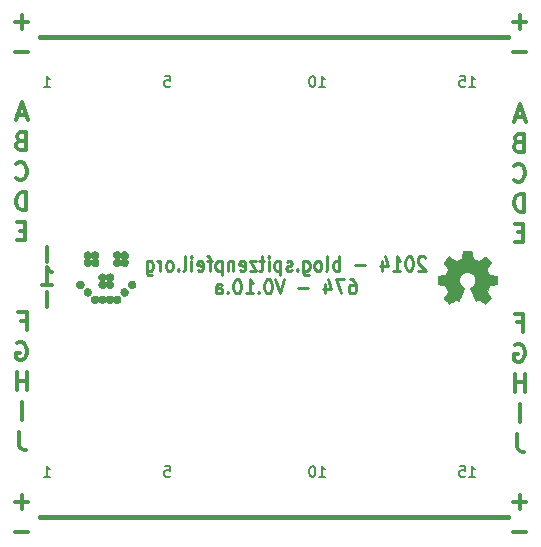
<source format=gbo>
%FSLAX34Y34*%
G04 Gerber Fmt 3.4, Leading zero omitted, Abs format*
G04 (created by PCBNEW (2014-06-11 BZR 4938)-product) date Thu 12 Jun 2014 09:07:22 AM CEST*
%MOIN*%
G01*
G70*
G90*
G04 APERTURE LIST*
%ADD10C,0.005906*%
%ADD11C,0.007874*%
%ADD12C,0.013780*%
%ADD13C,0.011811*%
%ADD14C,0.015748*%
%ADD15C,0.009843*%
%ADD16C,0.000100*%
%ADD17C,0.125984*%
%ADD18C,0.064961*%
%ADD19R,0.064961X0.064961*%
%ADD20C,0.039370*%
G04 APERTURE END LIST*
G54D10*
G54D11*
X24817Y-41660D02*
X25019Y-41660D01*
X24918Y-41660D02*
X24918Y-41305D01*
X24952Y-41356D01*
X24986Y-41390D01*
X25019Y-41407D01*
X24496Y-41305D02*
X24665Y-41305D01*
X24682Y-41474D01*
X24665Y-41457D01*
X24631Y-41440D01*
X24547Y-41440D01*
X24513Y-41457D01*
X24496Y-41474D01*
X24480Y-41508D01*
X24480Y-41592D01*
X24496Y-41626D01*
X24513Y-41643D01*
X24547Y-41660D01*
X24631Y-41660D01*
X24665Y-41643D01*
X24682Y-41626D01*
X19817Y-41660D02*
X20019Y-41660D01*
X19918Y-41660D02*
X19918Y-41305D01*
X19952Y-41356D01*
X19986Y-41390D01*
X20019Y-41407D01*
X19598Y-41305D02*
X19564Y-41305D01*
X19530Y-41322D01*
X19513Y-41339D01*
X19496Y-41373D01*
X19480Y-41440D01*
X19480Y-41525D01*
X19496Y-41592D01*
X19513Y-41626D01*
X19530Y-41643D01*
X19564Y-41660D01*
X19598Y-41660D01*
X19631Y-41643D01*
X19648Y-41626D01*
X19665Y-41592D01*
X19682Y-41525D01*
X19682Y-41440D01*
X19665Y-41373D01*
X19648Y-41339D01*
X19631Y-41322D01*
X19598Y-41305D01*
X14665Y-41305D02*
X14834Y-41305D01*
X14851Y-41474D01*
X14834Y-41457D01*
X14800Y-41440D01*
X14716Y-41440D01*
X14682Y-41457D01*
X14665Y-41474D01*
X14648Y-41508D01*
X14648Y-41592D01*
X14665Y-41626D01*
X14682Y-41643D01*
X14716Y-41660D01*
X14800Y-41660D01*
X14834Y-41643D01*
X14851Y-41626D01*
X10648Y-41660D02*
X10851Y-41660D01*
X10750Y-41660D02*
X10750Y-41305D01*
X10783Y-41356D01*
X10817Y-41390D01*
X10851Y-41407D01*
X24817Y-28660D02*
X25019Y-28660D01*
X24918Y-28660D02*
X24918Y-28305D01*
X24952Y-28356D01*
X24986Y-28390D01*
X25019Y-28407D01*
X24496Y-28305D02*
X24665Y-28305D01*
X24682Y-28474D01*
X24665Y-28457D01*
X24631Y-28440D01*
X24547Y-28440D01*
X24513Y-28457D01*
X24496Y-28474D01*
X24480Y-28508D01*
X24480Y-28592D01*
X24496Y-28626D01*
X24513Y-28643D01*
X24547Y-28660D01*
X24631Y-28660D01*
X24665Y-28643D01*
X24682Y-28626D01*
X19817Y-28660D02*
X20019Y-28660D01*
X19918Y-28660D02*
X19918Y-28305D01*
X19952Y-28356D01*
X19986Y-28390D01*
X20019Y-28407D01*
X19598Y-28305D02*
X19564Y-28305D01*
X19530Y-28322D01*
X19513Y-28339D01*
X19496Y-28373D01*
X19480Y-28440D01*
X19480Y-28525D01*
X19496Y-28592D01*
X19513Y-28626D01*
X19530Y-28643D01*
X19564Y-28660D01*
X19598Y-28660D01*
X19631Y-28643D01*
X19648Y-28626D01*
X19665Y-28592D01*
X19682Y-28525D01*
X19682Y-28440D01*
X19665Y-28373D01*
X19648Y-28339D01*
X19631Y-28322D01*
X19598Y-28305D01*
X14665Y-28305D02*
X14834Y-28305D01*
X14851Y-28474D01*
X14834Y-28457D01*
X14800Y-28440D01*
X14716Y-28440D01*
X14682Y-28457D01*
X14665Y-28474D01*
X14648Y-28508D01*
X14648Y-28592D01*
X14665Y-28626D01*
X14682Y-28643D01*
X14716Y-28660D01*
X14800Y-28660D01*
X14834Y-28643D01*
X14851Y-28626D01*
X10648Y-28660D02*
X10851Y-28660D01*
X10750Y-28660D02*
X10750Y-28305D01*
X10783Y-28356D01*
X10817Y-28390D01*
X10851Y-28407D01*
G54D12*
X10581Y-35267D02*
X10918Y-35267D01*
X10749Y-35267D02*
X10749Y-34676D01*
X10806Y-34760D01*
X10862Y-34817D01*
X10918Y-34845D01*
G54D13*
X10750Y-35500D02*
X10750Y-36000D01*
X10750Y-34000D02*
X10750Y-34500D01*
G54D12*
X26415Y-40226D02*
X26415Y-40648D01*
X26443Y-40732D01*
X26499Y-40789D01*
X26584Y-40817D01*
X26640Y-40817D01*
X26500Y-39817D02*
X26500Y-39226D01*
X26668Y-38817D02*
X26668Y-38226D01*
X26668Y-38507D02*
X26331Y-38507D01*
X26331Y-38817D02*
X26331Y-38226D01*
X26345Y-37254D02*
X26401Y-37226D01*
X26485Y-37226D01*
X26570Y-37254D01*
X26626Y-37310D01*
X26654Y-37367D01*
X26682Y-37479D01*
X26682Y-37564D01*
X26654Y-37676D01*
X26626Y-37732D01*
X26570Y-37789D01*
X26485Y-37817D01*
X26429Y-37817D01*
X26345Y-37789D01*
X26317Y-37760D01*
X26317Y-37564D01*
X26429Y-37564D01*
X26415Y-36507D02*
X26612Y-36507D01*
X26612Y-36817D02*
X26612Y-36226D01*
X26331Y-36226D01*
X26626Y-33507D02*
X26429Y-33507D01*
X26345Y-33817D02*
X26626Y-33817D01*
X26626Y-33226D01*
X26345Y-33226D01*
X26654Y-32817D02*
X26654Y-32226D01*
X26514Y-32226D01*
X26429Y-32254D01*
X26373Y-32310D01*
X26345Y-32367D01*
X26317Y-32479D01*
X26317Y-32564D01*
X26345Y-32676D01*
X26373Y-32732D01*
X26429Y-32789D01*
X26514Y-32817D01*
X26654Y-32817D01*
X26317Y-31760D02*
X26345Y-31789D01*
X26429Y-31817D01*
X26485Y-31817D01*
X26570Y-31789D01*
X26626Y-31732D01*
X26654Y-31676D01*
X26682Y-31564D01*
X26682Y-31479D01*
X26654Y-31367D01*
X26626Y-31310D01*
X26570Y-31254D01*
X26485Y-31226D01*
X26429Y-31226D01*
X26345Y-31254D01*
X26317Y-31282D01*
X26457Y-30507D02*
X26373Y-30535D01*
X26345Y-30564D01*
X26317Y-30620D01*
X26317Y-30704D01*
X26345Y-30760D01*
X26373Y-30789D01*
X26429Y-30817D01*
X26654Y-30817D01*
X26654Y-30226D01*
X26457Y-30226D01*
X26401Y-30254D01*
X26373Y-30282D01*
X26345Y-30339D01*
X26345Y-30395D01*
X26373Y-30451D01*
X26401Y-30479D01*
X26457Y-30507D01*
X26654Y-30507D01*
X26640Y-29648D02*
X26359Y-29648D01*
X26696Y-29817D02*
X26500Y-29226D01*
X26303Y-29817D01*
X9815Y-40176D02*
X9815Y-40598D01*
X9843Y-40682D01*
X9899Y-40739D01*
X9984Y-40767D01*
X10040Y-40767D01*
X9900Y-39767D02*
X9900Y-39176D01*
X10068Y-38767D02*
X10068Y-38176D01*
X10068Y-38457D02*
X9731Y-38457D01*
X9731Y-38767D02*
X9731Y-38176D01*
X9745Y-37204D02*
X9801Y-37176D01*
X9885Y-37176D01*
X9970Y-37204D01*
X10026Y-37260D01*
X10054Y-37317D01*
X10082Y-37429D01*
X10082Y-37514D01*
X10054Y-37626D01*
X10026Y-37682D01*
X9970Y-37739D01*
X9885Y-37767D01*
X9829Y-37767D01*
X9745Y-37739D01*
X9717Y-37710D01*
X9717Y-37514D01*
X9829Y-37514D01*
X9865Y-36457D02*
X10062Y-36457D01*
X10062Y-36767D02*
X10062Y-36176D01*
X9781Y-36176D01*
X10026Y-33457D02*
X9829Y-33457D01*
X9745Y-33767D02*
X10026Y-33767D01*
X10026Y-33176D01*
X9745Y-33176D01*
X10054Y-32767D02*
X10054Y-32176D01*
X9914Y-32176D01*
X9829Y-32204D01*
X9773Y-32260D01*
X9745Y-32317D01*
X9717Y-32429D01*
X9717Y-32514D01*
X9745Y-32626D01*
X9773Y-32682D01*
X9829Y-32739D01*
X9914Y-32767D01*
X10054Y-32767D01*
X9717Y-31710D02*
X9745Y-31739D01*
X9829Y-31767D01*
X9885Y-31767D01*
X9970Y-31739D01*
X10026Y-31682D01*
X10054Y-31626D01*
X10082Y-31514D01*
X10082Y-31429D01*
X10054Y-31317D01*
X10026Y-31260D01*
X9970Y-31204D01*
X9885Y-31176D01*
X9829Y-31176D01*
X9745Y-31204D01*
X9717Y-31232D01*
X9857Y-30457D02*
X9773Y-30485D01*
X9745Y-30514D01*
X9717Y-30570D01*
X9717Y-30654D01*
X9745Y-30710D01*
X9773Y-30739D01*
X9829Y-30767D01*
X10054Y-30767D01*
X10054Y-30176D01*
X9857Y-30176D01*
X9801Y-30204D01*
X9773Y-30232D01*
X9745Y-30289D01*
X9745Y-30345D01*
X9773Y-30401D01*
X9801Y-30429D01*
X9857Y-30457D01*
X10054Y-30457D01*
X10040Y-29598D02*
X9759Y-29598D01*
X10096Y-29767D02*
X9900Y-29176D01*
X9703Y-29767D01*
X10124Y-43492D02*
X9675Y-43492D01*
X10124Y-42492D02*
X9675Y-42492D01*
X9900Y-42717D02*
X9900Y-42267D01*
X26724Y-43492D02*
X26275Y-43492D01*
X26724Y-42492D02*
X26275Y-42492D01*
X26500Y-42717D02*
X26500Y-42267D01*
X10124Y-27492D02*
X9675Y-27492D01*
X10124Y-26492D02*
X9675Y-26492D01*
X9900Y-26717D02*
X9900Y-26267D01*
X26724Y-27492D02*
X26275Y-27492D01*
X26724Y-26492D02*
X26275Y-26492D01*
X26500Y-26717D02*
X26500Y-26267D01*
G54D14*
X10500Y-43000D02*
X26100Y-43000D01*
X10500Y-27000D02*
X26100Y-27000D01*
G54D15*
X23350Y-34356D02*
X23329Y-34333D01*
X23288Y-34311D01*
X23185Y-34311D01*
X23144Y-34333D01*
X23123Y-34356D01*
X23102Y-34401D01*
X23102Y-34446D01*
X23123Y-34513D01*
X23370Y-34783D01*
X23102Y-34783D01*
X22834Y-34311D02*
X22793Y-34311D01*
X22752Y-34333D01*
X22731Y-34356D01*
X22711Y-34401D01*
X22690Y-34491D01*
X22690Y-34603D01*
X22711Y-34693D01*
X22731Y-34738D01*
X22752Y-34761D01*
X22793Y-34783D01*
X22834Y-34783D01*
X22876Y-34761D01*
X22896Y-34738D01*
X22917Y-34693D01*
X22937Y-34603D01*
X22937Y-34491D01*
X22917Y-34401D01*
X22896Y-34356D01*
X22876Y-34333D01*
X22834Y-34311D01*
X22277Y-34783D02*
X22525Y-34783D01*
X22401Y-34783D02*
X22401Y-34311D01*
X22442Y-34378D01*
X22484Y-34423D01*
X22525Y-34446D01*
X21906Y-34468D02*
X21906Y-34783D01*
X22009Y-34288D02*
X22113Y-34626D01*
X21844Y-34626D01*
X21349Y-34603D02*
X21020Y-34603D01*
X20483Y-34783D02*
X20483Y-34311D01*
X20483Y-34491D02*
X20442Y-34468D01*
X20360Y-34468D01*
X20318Y-34491D01*
X20298Y-34513D01*
X20277Y-34558D01*
X20277Y-34693D01*
X20298Y-34738D01*
X20318Y-34761D01*
X20360Y-34783D01*
X20442Y-34783D01*
X20483Y-34761D01*
X20030Y-34783D02*
X20071Y-34761D01*
X20092Y-34716D01*
X20092Y-34311D01*
X19803Y-34783D02*
X19844Y-34761D01*
X19865Y-34738D01*
X19885Y-34693D01*
X19885Y-34558D01*
X19865Y-34513D01*
X19844Y-34491D01*
X19803Y-34468D01*
X19741Y-34468D01*
X19700Y-34491D01*
X19679Y-34513D01*
X19658Y-34558D01*
X19658Y-34693D01*
X19679Y-34738D01*
X19700Y-34761D01*
X19741Y-34783D01*
X19803Y-34783D01*
X19287Y-34468D02*
X19287Y-34851D01*
X19308Y-34896D01*
X19328Y-34918D01*
X19370Y-34941D01*
X19432Y-34941D01*
X19473Y-34918D01*
X19287Y-34761D02*
X19328Y-34783D01*
X19411Y-34783D01*
X19452Y-34761D01*
X19473Y-34738D01*
X19493Y-34693D01*
X19493Y-34558D01*
X19473Y-34513D01*
X19452Y-34491D01*
X19411Y-34468D01*
X19328Y-34468D01*
X19287Y-34491D01*
X19081Y-34738D02*
X19060Y-34761D01*
X19081Y-34783D01*
X19102Y-34761D01*
X19081Y-34738D01*
X19081Y-34783D01*
X18895Y-34761D02*
X18854Y-34783D01*
X18772Y-34783D01*
X18730Y-34761D01*
X18710Y-34716D01*
X18710Y-34693D01*
X18730Y-34648D01*
X18772Y-34626D01*
X18834Y-34626D01*
X18875Y-34603D01*
X18895Y-34558D01*
X18895Y-34536D01*
X18875Y-34491D01*
X18834Y-34468D01*
X18772Y-34468D01*
X18730Y-34491D01*
X18524Y-34468D02*
X18524Y-34941D01*
X18524Y-34491D02*
X18483Y-34468D01*
X18400Y-34468D01*
X18359Y-34491D01*
X18339Y-34513D01*
X18318Y-34558D01*
X18318Y-34693D01*
X18339Y-34738D01*
X18359Y-34761D01*
X18400Y-34783D01*
X18483Y-34783D01*
X18524Y-34761D01*
X18132Y-34783D02*
X18132Y-34468D01*
X18132Y-34311D02*
X18153Y-34333D01*
X18132Y-34356D01*
X18112Y-34333D01*
X18132Y-34311D01*
X18132Y-34356D01*
X17988Y-34468D02*
X17823Y-34468D01*
X17926Y-34311D02*
X17926Y-34716D01*
X17906Y-34761D01*
X17864Y-34783D01*
X17823Y-34783D01*
X17720Y-34468D02*
X17493Y-34468D01*
X17720Y-34783D01*
X17493Y-34783D01*
X17163Y-34761D02*
X17204Y-34783D01*
X17287Y-34783D01*
X17328Y-34761D01*
X17349Y-34716D01*
X17349Y-34536D01*
X17328Y-34491D01*
X17287Y-34468D01*
X17204Y-34468D01*
X17163Y-34491D01*
X17143Y-34536D01*
X17143Y-34581D01*
X17349Y-34626D01*
X16957Y-34468D02*
X16957Y-34783D01*
X16957Y-34513D02*
X16936Y-34491D01*
X16895Y-34468D01*
X16833Y-34468D01*
X16792Y-34491D01*
X16771Y-34536D01*
X16771Y-34783D01*
X16565Y-34468D02*
X16565Y-34941D01*
X16565Y-34491D02*
X16524Y-34468D01*
X16441Y-34468D01*
X16400Y-34491D01*
X16379Y-34513D01*
X16359Y-34558D01*
X16359Y-34693D01*
X16379Y-34738D01*
X16400Y-34761D01*
X16441Y-34783D01*
X16524Y-34783D01*
X16565Y-34761D01*
X16235Y-34468D02*
X16070Y-34468D01*
X16173Y-34783D02*
X16173Y-34378D01*
X16153Y-34333D01*
X16111Y-34311D01*
X16070Y-34311D01*
X15761Y-34761D02*
X15802Y-34783D01*
X15885Y-34783D01*
X15926Y-34761D01*
X15946Y-34716D01*
X15946Y-34536D01*
X15926Y-34491D01*
X15885Y-34468D01*
X15802Y-34468D01*
X15761Y-34491D01*
X15740Y-34536D01*
X15740Y-34581D01*
X15946Y-34626D01*
X15555Y-34783D02*
X15555Y-34468D01*
X15555Y-34311D02*
X15575Y-34333D01*
X15555Y-34356D01*
X15534Y-34333D01*
X15555Y-34311D01*
X15555Y-34356D01*
X15286Y-34783D02*
X15328Y-34761D01*
X15348Y-34716D01*
X15348Y-34311D01*
X15122Y-34738D02*
X15101Y-34761D01*
X15122Y-34783D01*
X15142Y-34761D01*
X15122Y-34738D01*
X15122Y-34783D01*
X14853Y-34783D02*
X14895Y-34761D01*
X14915Y-34738D01*
X14936Y-34693D01*
X14936Y-34558D01*
X14915Y-34513D01*
X14895Y-34491D01*
X14853Y-34468D01*
X14792Y-34468D01*
X14750Y-34491D01*
X14730Y-34513D01*
X14709Y-34558D01*
X14709Y-34693D01*
X14730Y-34738D01*
X14750Y-34761D01*
X14792Y-34783D01*
X14853Y-34783D01*
X14523Y-34783D02*
X14523Y-34468D01*
X14523Y-34558D02*
X14503Y-34513D01*
X14482Y-34491D01*
X14441Y-34468D01*
X14400Y-34468D01*
X14070Y-34468D02*
X14070Y-34851D01*
X14090Y-34896D01*
X14111Y-34918D01*
X14152Y-34941D01*
X14214Y-34941D01*
X14255Y-34918D01*
X14070Y-34761D02*
X14111Y-34783D01*
X14194Y-34783D01*
X14235Y-34761D01*
X14255Y-34738D01*
X14276Y-34693D01*
X14276Y-34558D01*
X14255Y-34513D01*
X14235Y-34491D01*
X14194Y-34468D01*
X14111Y-34468D01*
X14070Y-34491D01*
X20834Y-35071D02*
X20916Y-35071D01*
X20958Y-35093D01*
X20978Y-35116D01*
X21020Y-35183D01*
X21040Y-35273D01*
X21040Y-35453D01*
X21020Y-35498D01*
X20999Y-35521D01*
X20958Y-35543D01*
X20875Y-35543D01*
X20834Y-35521D01*
X20813Y-35498D01*
X20793Y-35453D01*
X20793Y-35341D01*
X20813Y-35296D01*
X20834Y-35273D01*
X20875Y-35251D01*
X20958Y-35251D01*
X20999Y-35273D01*
X21020Y-35296D01*
X21040Y-35341D01*
X20648Y-35071D02*
X20360Y-35071D01*
X20545Y-35543D01*
X20009Y-35228D02*
X20009Y-35543D01*
X20112Y-35048D02*
X20215Y-35386D01*
X19947Y-35386D01*
X19452Y-35363D02*
X19122Y-35363D01*
X18648Y-35071D02*
X18504Y-35543D01*
X18359Y-35071D01*
X18132Y-35071D02*
X18091Y-35071D01*
X18050Y-35093D01*
X18029Y-35116D01*
X18009Y-35161D01*
X17988Y-35251D01*
X17988Y-35363D01*
X18009Y-35453D01*
X18029Y-35498D01*
X18050Y-35521D01*
X18091Y-35543D01*
X18132Y-35543D01*
X18174Y-35521D01*
X18194Y-35498D01*
X18215Y-35453D01*
X18235Y-35363D01*
X18235Y-35251D01*
X18215Y-35161D01*
X18194Y-35116D01*
X18174Y-35093D01*
X18132Y-35071D01*
X17802Y-35498D02*
X17782Y-35521D01*
X17802Y-35543D01*
X17823Y-35521D01*
X17802Y-35498D01*
X17802Y-35543D01*
X17369Y-35543D02*
X17617Y-35543D01*
X17493Y-35543D02*
X17493Y-35071D01*
X17534Y-35138D01*
X17576Y-35183D01*
X17617Y-35206D01*
X17101Y-35071D02*
X17060Y-35071D01*
X17019Y-35093D01*
X16998Y-35116D01*
X16978Y-35161D01*
X16957Y-35251D01*
X16957Y-35363D01*
X16978Y-35453D01*
X16998Y-35498D01*
X17019Y-35521D01*
X17060Y-35543D01*
X17101Y-35543D01*
X17143Y-35521D01*
X17163Y-35498D01*
X17184Y-35453D01*
X17204Y-35363D01*
X17204Y-35251D01*
X17184Y-35161D01*
X17163Y-35116D01*
X17143Y-35093D01*
X17101Y-35071D01*
X16771Y-35498D02*
X16751Y-35521D01*
X16771Y-35543D01*
X16792Y-35521D01*
X16771Y-35498D01*
X16771Y-35543D01*
X16379Y-35543D02*
X16379Y-35296D01*
X16400Y-35251D01*
X16441Y-35228D01*
X16524Y-35228D01*
X16565Y-35251D01*
X16379Y-35521D02*
X16421Y-35543D01*
X16524Y-35543D01*
X16565Y-35521D01*
X16586Y-35476D01*
X16586Y-35431D01*
X16565Y-35386D01*
X16524Y-35363D01*
X16421Y-35363D01*
X16379Y-35341D01*
G54D16*
G36*
X24154Y-35884D02*
X24164Y-35878D01*
X24187Y-35864D01*
X24220Y-35842D01*
X24259Y-35816D01*
X24298Y-35790D01*
X24330Y-35769D01*
X24352Y-35754D01*
X24362Y-35749D01*
X24367Y-35751D01*
X24385Y-35760D01*
X24412Y-35774D01*
X24428Y-35782D01*
X24452Y-35792D01*
X24465Y-35795D01*
X24467Y-35791D01*
X24476Y-35772D01*
X24490Y-35740D01*
X24508Y-35697D01*
X24530Y-35647D01*
X24552Y-35594D01*
X24575Y-35539D01*
X24597Y-35486D01*
X24616Y-35439D01*
X24632Y-35401D01*
X24642Y-35374D01*
X24646Y-35363D01*
X24645Y-35360D01*
X24632Y-35348D01*
X24611Y-35332D01*
X24564Y-35294D01*
X24518Y-35237D01*
X24490Y-35172D01*
X24481Y-35099D01*
X24489Y-35032D01*
X24515Y-34968D01*
X24560Y-34910D01*
X24615Y-34867D01*
X24679Y-34840D01*
X24750Y-34831D01*
X24818Y-34839D01*
X24884Y-34865D01*
X24942Y-34909D01*
X24967Y-34937D01*
X25001Y-34996D01*
X25020Y-35058D01*
X25022Y-35074D01*
X25019Y-35143D01*
X24999Y-35210D01*
X24962Y-35269D01*
X24911Y-35318D01*
X24905Y-35322D01*
X24882Y-35340D01*
X24866Y-35352D01*
X24854Y-35362D01*
X24942Y-35574D01*
X24956Y-35607D01*
X24980Y-35665D01*
X25001Y-35715D01*
X25018Y-35755D01*
X25030Y-35781D01*
X25035Y-35792D01*
X25035Y-35793D01*
X25043Y-35794D01*
X25059Y-35788D01*
X25089Y-35774D01*
X25108Y-35764D01*
X25131Y-35753D01*
X25141Y-35749D01*
X25150Y-35754D01*
X25171Y-35768D01*
X25203Y-35789D01*
X25241Y-35814D01*
X25277Y-35839D01*
X25310Y-35861D01*
X25334Y-35876D01*
X25346Y-35883D01*
X25348Y-35883D01*
X25358Y-35877D01*
X25377Y-35861D01*
X25406Y-35834D01*
X25447Y-35793D01*
X25453Y-35787D01*
X25487Y-35753D01*
X25514Y-35724D01*
X25532Y-35704D01*
X25539Y-35695D01*
X25539Y-35695D01*
X25533Y-35683D01*
X25518Y-35659D01*
X25496Y-35625D01*
X25469Y-35586D01*
X25399Y-35484D01*
X25437Y-35388D01*
X25449Y-35358D01*
X25464Y-35323D01*
X25475Y-35297D01*
X25481Y-35286D01*
X25491Y-35282D01*
X25518Y-35276D01*
X25556Y-35268D01*
X25601Y-35260D01*
X25645Y-35252D01*
X25684Y-35244D01*
X25712Y-35239D01*
X25725Y-35236D01*
X25728Y-35234D01*
X25731Y-35228D01*
X25732Y-35215D01*
X25733Y-35191D01*
X25734Y-35154D01*
X25734Y-35099D01*
X25734Y-35093D01*
X25733Y-35042D01*
X25732Y-35000D01*
X25731Y-34974D01*
X25729Y-34963D01*
X25729Y-34963D01*
X25717Y-34960D01*
X25689Y-34954D01*
X25650Y-34947D01*
X25603Y-34938D01*
X25600Y-34937D01*
X25554Y-34928D01*
X25515Y-34920D01*
X25487Y-34914D01*
X25476Y-34910D01*
X25473Y-34907D01*
X25464Y-34889D01*
X25451Y-34860D01*
X25435Y-34825D01*
X25420Y-34788D01*
X25407Y-34755D01*
X25398Y-34731D01*
X25395Y-34720D01*
X25396Y-34719D01*
X25403Y-34708D01*
X25419Y-34684D01*
X25441Y-34651D01*
X25468Y-34611D01*
X25470Y-34608D01*
X25497Y-34569D01*
X25519Y-34535D01*
X25533Y-34512D01*
X25539Y-34501D01*
X25539Y-34500D01*
X25530Y-34488D01*
X25510Y-34466D01*
X25481Y-34436D01*
X25447Y-34401D01*
X25436Y-34391D01*
X25397Y-34353D01*
X25371Y-34329D01*
X25354Y-34316D01*
X25346Y-34313D01*
X25346Y-34313D01*
X25334Y-34320D01*
X25309Y-34336D01*
X25276Y-34359D01*
X25236Y-34386D01*
X25233Y-34388D01*
X25194Y-34415D01*
X25161Y-34437D01*
X25138Y-34453D01*
X25127Y-34459D01*
X25126Y-34459D01*
X25110Y-34454D01*
X25082Y-34444D01*
X25047Y-34431D01*
X25011Y-34416D01*
X24978Y-34402D01*
X24953Y-34391D01*
X24941Y-34384D01*
X24941Y-34384D01*
X24937Y-34370D01*
X24930Y-34340D01*
X24922Y-34300D01*
X24912Y-34252D01*
X24911Y-34244D01*
X24902Y-34197D01*
X24895Y-34158D01*
X24889Y-34131D01*
X24886Y-34120D01*
X24880Y-34119D01*
X24857Y-34117D01*
X24822Y-34116D01*
X24779Y-34116D01*
X24735Y-34116D01*
X24692Y-34117D01*
X24655Y-34118D01*
X24628Y-34120D01*
X24617Y-34122D01*
X24617Y-34123D01*
X24613Y-34138D01*
X24606Y-34167D01*
X24598Y-34208D01*
X24589Y-34256D01*
X24587Y-34265D01*
X24578Y-34311D01*
X24570Y-34350D01*
X24565Y-34376D01*
X24562Y-34387D01*
X24557Y-34389D01*
X24538Y-34397D01*
X24507Y-34410D01*
X24468Y-34426D01*
X24378Y-34462D01*
X24267Y-34387D01*
X24257Y-34380D01*
X24217Y-34353D01*
X24185Y-34331D01*
X24162Y-34316D01*
X24153Y-34311D01*
X24152Y-34311D01*
X24141Y-34321D01*
X24119Y-34342D01*
X24089Y-34371D01*
X24054Y-34405D01*
X24029Y-34431D01*
X23998Y-34462D01*
X23979Y-34483D01*
X23968Y-34496D01*
X23965Y-34504D01*
X23966Y-34510D01*
X23973Y-34521D01*
X23989Y-34545D01*
X24012Y-34579D01*
X24039Y-34618D01*
X24061Y-34651D01*
X24085Y-34688D01*
X24100Y-34714D01*
X24106Y-34727D01*
X24104Y-34732D01*
X24097Y-34754D01*
X24083Y-34787D01*
X24067Y-34826D01*
X24028Y-34913D01*
X23971Y-34924D01*
X23936Y-34931D01*
X23888Y-34940D01*
X23841Y-34949D01*
X23769Y-34963D01*
X23766Y-35229D01*
X23777Y-35234D01*
X23788Y-35237D01*
X23815Y-35243D01*
X23853Y-35251D01*
X23899Y-35259D01*
X23937Y-35266D01*
X23976Y-35274D01*
X24004Y-35279D01*
X24016Y-35282D01*
X24020Y-35286D01*
X24029Y-35305D01*
X24043Y-35335D01*
X24059Y-35371D01*
X24074Y-35408D01*
X24088Y-35443D01*
X24097Y-35469D01*
X24101Y-35482D01*
X24096Y-35493D01*
X24081Y-35516D01*
X24060Y-35548D01*
X24033Y-35587D01*
X24007Y-35625D01*
X23984Y-35658D01*
X23969Y-35682D01*
X23962Y-35693D01*
X23966Y-35700D01*
X23981Y-35719D01*
X24010Y-35749D01*
X24054Y-35792D01*
X24061Y-35799D01*
X24095Y-35832D01*
X24124Y-35859D01*
X24145Y-35877D01*
X24154Y-35884D01*
X24154Y-35884D01*
G37*
X24154Y-35884D02*
X24164Y-35878D01*
X24187Y-35864D01*
X24220Y-35842D01*
X24259Y-35816D01*
X24298Y-35790D01*
X24330Y-35769D01*
X24352Y-35754D01*
X24362Y-35749D01*
X24367Y-35751D01*
X24385Y-35760D01*
X24412Y-35774D01*
X24428Y-35782D01*
X24452Y-35792D01*
X24465Y-35795D01*
X24467Y-35791D01*
X24476Y-35772D01*
X24490Y-35740D01*
X24508Y-35697D01*
X24530Y-35647D01*
X24552Y-35594D01*
X24575Y-35539D01*
X24597Y-35486D01*
X24616Y-35439D01*
X24632Y-35401D01*
X24642Y-35374D01*
X24646Y-35363D01*
X24645Y-35360D01*
X24632Y-35348D01*
X24611Y-35332D01*
X24564Y-35294D01*
X24518Y-35237D01*
X24490Y-35172D01*
X24481Y-35099D01*
X24489Y-35032D01*
X24515Y-34968D01*
X24560Y-34910D01*
X24615Y-34867D01*
X24679Y-34840D01*
X24750Y-34831D01*
X24818Y-34839D01*
X24884Y-34865D01*
X24942Y-34909D01*
X24967Y-34937D01*
X25001Y-34996D01*
X25020Y-35058D01*
X25022Y-35074D01*
X25019Y-35143D01*
X24999Y-35210D01*
X24962Y-35269D01*
X24911Y-35318D01*
X24905Y-35322D01*
X24882Y-35340D01*
X24866Y-35352D01*
X24854Y-35362D01*
X24942Y-35574D01*
X24956Y-35607D01*
X24980Y-35665D01*
X25001Y-35715D01*
X25018Y-35755D01*
X25030Y-35781D01*
X25035Y-35792D01*
X25035Y-35793D01*
X25043Y-35794D01*
X25059Y-35788D01*
X25089Y-35774D01*
X25108Y-35764D01*
X25131Y-35753D01*
X25141Y-35749D01*
X25150Y-35754D01*
X25171Y-35768D01*
X25203Y-35789D01*
X25241Y-35814D01*
X25277Y-35839D01*
X25310Y-35861D01*
X25334Y-35876D01*
X25346Y-35883D01*
X25348Y-35883D01*
X25358Y-35877D01*
X25377Y-35861D01*
X25406Y-35834D01*
X25447Y-35793D01*
X25453Y-35787D01*
X25487Y-35753D01*
X25514Y-35724D01*
X25532Y-35704D01*
X25539Y-35695D01*
X25539Y-35695D01*
X25533Y-35683D01*
X25518Y-35659D01*
X25496Y-35625D01*
X25469Y-35586D01*
X25399Y-35484D01*
X25437Y-35388D01*
X25449Y-35358D01*
X25464Y-35323D01*
X25475Y-35297D01*
X25481Y-35286D01*
X25491Y-35282D01*
X25518Y-35276D01*
X25556Y-35268D01*
X25601Y-35260D01*
X25645Y-35252D01*
X25684Y-35244D01*
X25712Y-35239D01*
X25725Y-35236D01*
X25728Y-35234D01*
X25731Y-35228D01*
X25732Y-35215D01*
X25733Y-35191D01*
X25734Y-35154D01*
X25734Y-35099D01*
X25734Y-35093D01*
X25733Y-35042D01*
X25732Y-35000D01*
X25731Y-34974D01*
X25729Y-34963D01*
X25729Y-34963D01*
X25717Y-34960D01*
X25689Y-34954D01*
X25650Y-34947D01*
X25603Y-34938D01*
X25600Y-34937D01*
X25554Y-34928D01*
X25515Y-34920D01*
X25487Y-34914D01*
X25476Y-34910D01*
X25473Y-34907D01*
X25464Y-34889D01*
X25451Y-34860D01*
X25435Y-34825D01*
X25420Y-34788D01*
X25407Y-34755D01*
X25398Y-34731D01*
X25395Y-34720D01*
X25396Y-34719D01*
X25403Y-34708D01*
X25419Y-34684D01*
X25441Y-34651D01*
X25468Y-34611D01*
X25470Y-34608D01*
X25497Y-34569D01*
X25519Y-34535D01*
X25533Y-34512D01*
X25539Y-34501D01*
X25539Y-34500D01*
X25530Y-34488D01*
X25510Y-34466D01*
X25481Y-34436D01*
X25447Y-34401D01*
X25436Y-34391D01*
X25397Y-34353D01*
X25371Y-34329D01*
X25354Y-34316D01*
X25346Y-34313D01*
X25346Y-34313D01*
X25334Y-34320D01*
X25309Y-34336D01*
X25276Y-34359D01*
X25236Y-34386D01*
X25233Y-34388D01*
X25194Y-34415D01*
X25161Y-34437D01*
X25138Y-34453D01*
X25127Y-34459D01*
X25126Y-34459D01*
X25110Y-34454D01*
X25082Y-34444D01*
X25047Y-34431D01*
X25011Y-34416D01*
X24978Y-34402D01*
X24953Y-34391D01*
X24941Y-34384D01*
X24941Y-34384D01*
X24937Y-34370D01*
X24930Y-34340D01*
X24922Y-34300D01*
X24912Y-34252D01*
X24911Y-34244D01*
X24902Y-34197D01*
X24895Y-34158D01*
X24889Y-34131D01*
X24886Y-34120D01*
X24880Y-34119D01*
X24857Y-34117D01*
X24822Y-34116D01*
X24779Y-34116D01*
X24735Y-34116D01*
X24692Y-34117D01*
X24655Y-34118D01*
X24628Y-34120D01*
X24617Y-34122D01*
X24617Y-34123D01*
X24613Y-34138D01*
X24606Y-34167D01*
X24598Y-34208D01*
X24589Y-34256D01*
X24587Y-34265D01*
X24578Y-34311D01*
X24570Y-34350D01*
X24565Y-34376D01*
X24562Y-34387D01*
X24557Y-34389D01*
X24538Y-34397D01*
X24507Y-34410D01*
X24468Y-34426D01*
X24378Y-34462D01*
X24267Y-34387D01*
X24257Y-34380D01*
X24217Y-34353D01*
X24185Y-34331D01*
X24162Y-34316D01*
X24153Y-34311D01*
X24152Y-34311D01*
X24141Y-34321D01*
X24119Y-34342D01*
X24089Y-34371D01*
X24054Y-34405D01*
X24029Y-34431D01*
X23998Y-34462D01*
X23979Y-34483D01*
X23968Y-34496D01*
X23965Y-34504D01*
X23966Y-34510D01*
X23973Y-34521D01*
X23989Y-34545D01*
X24012Y-34579D01*
X24039Y-34618D01*
X24061Y-34651D01*
X24085Y-34688D01*
X24100Y-34714D01*
X24106Y-34727D01*
X24104Y-34732D01*
X24097Y-34754D01*
X24083Y-34787D01*
X24067Y-34826D01*
X24028Y-34913D01*
X23971Y-34924D01*
X23936Y-34931D01*
X23888Y-34940D01*
X23841Y-34949D01*
X23769Y-34963D01*
X23766Y-35229D01*
X23777Y-35234D01*
X23788Y-35237D01*
X23815Y-35243D01*
X23853Y-35251D01*
X23899Y-35259D01*
X23937Y-35266D01*
X23976Y-35274D01*
X24004Y-35279D01*
X24016Y-35282D01*
X24020Y-35286D01*
X24029Y-35305D01*
X24043Y-35335D01*
X24059Y-35371D01*
X24074Y-35408D01*
X24088Y-35443D01*
X24097Y-35469D01*
X24101Y-35482D01*
X24096Y-35493D01*
X24081Y-35516D01*
X24060Y-35548D01*
X24033Y-35587D01*
X24007Y-35625D01*
X23984Y-35658D01*
X23969Y-35682D01*
X23962Y-35693D01*
X23966Y-35700D01*
X23981Y-35719D01*
X24010Y-35749D01*
X24054Y-35792D01*
X24061Y-35799D01*
X24095Y-35832D01*
X24124Y-35859D01*
X24145Y-35877D01*
X24154Y-35884D01*
G36*
X13071Y-35861D02*
X13096Y-35858D01*
X13119Y-35850D01*
X13129Y-35845D01*
X13150Y-35830D01*
X13167Y-35812D01*
X13179Y-35791D01*
X13188Y-35769D01*
X13192Y-35745D01*
X13191Y-35721D01*
X13185Y-35697D01*
X13174Y-35673D01*
X13167Y-35664D01*
X13156Y-35652D01*
X13145Y-35642D01*
X13135Y-35634D01*
X13131Y-35632D01*
X13110Y-35622D01*
X13088Y-35616D01*
X13063Y-35615D01*
X13055Y-35616D01*
X13042Y-35618D01*
X13030Y-35621D01*
X13017Y-35626D01*
X13003Y-35634D01*
X12983Y-35650D01*
X12966Y-35670D01*
X12954Y-35692D01*
X12951Y-35703D01*
X12947Y-35715D01*
X12946Y-35724D01*
X12946Y-35726D01*
X12946Y-35726D01*
X12945Y-35721D01*
X12945Y-35720D01*
X12941Y-35704D01*
X12935Y-35688D01*
X12928Y-35674D01*
X12914Y-35656D01*
X12895Y-35638D01*
X12873Y-35626D01*
X12849Y-35618D01*
X12823Y-35615D01*
X12817Y-35615D01*
X12797Y-35617D01*
X12779Y-35623D01*
X12775Y-35624D01*
X12754Y-35636D01*
X12736Y-35651D01*
X12720Y-35670D01*
X12709Y-35690D01*
X12702Y-35712D01*
X12702Y-35713D01*
X12701Y-35719D01*
X12700Y-35722D01*
X12700Y-35722D01*
X12699Y-35718D01*
X12698Y-35712D01*
X12697Y-35710D01*
X12690Y-35688D01*
X12678Y-35668D01*
X12662Y-35649D01*
X12648Y-35637D01*
X12626Y-35625D01*
X12603Y-35617D01*
X12577Y-35615D01*
X12558Y-35616D01*
X12534Y-35623D01*
X12511Y-35634D01*
X12492Y-35649D01*
X12476Y-35669D01*
X12474Y-35672D01*
X12468Y-35681D01*
X12464Y-35689D01*
X12462Y-35694D01*
X12459Y-35705D01*
X12456Y-35716D01*
X12455Y-35724D01*
X12455Y-35725D01*
X12454Y-35726D01*
X12453Y-35720D01*
X12451Y-35707D01*
X12445Y-35690D01*
X12437Y-35675D01*
X12423Y-35655D01*
X12404Y-35638D01*
X12382Y-35626D01*
X12358Y-35618D01*
X12332Y-35615D01*
X12309Y-35617D01*
X12285Y-35624D01*
X12263Y-35635D01*
X12243Y-35652D01*
X12234Y-35663D01*
X12224Y-35677D01*
X12217Y-35692D01*
X12213Y-35705D01*
X12208Y-35730D01*
X12209Y-35754D01*
X12215Y-35777D01*
X12224Y-35798D01*
X12238Y-35818D01*
X12255Y-35834D01*
X12274Y-35847D01*
X12297Y-35856D01*
X12322Y-35860D01*
X12324Y-35860D01*
X12349Y-35860D01*
X12373Y-35854D01*
X12395Y-35843D01*
X12403Y-35838D01*
X12420Y-35823D01*
X12434Y-35806D01*
X12444Y-35787D01*
X12447Y-35780D01*
X12450Y-35770D01*
X12453Y-35759D01*
X12454Y-35751D01*
X12454Y-35746D01*
X12455Y-35751D01*
X12455Y-35755D01*
X12458Y-35766D01*
X12461Y-35778D01*
X12465Y-35788D01*
X12471Y-35800D01*
X12486Y-35820D01*
X12505Y-35837D01*
X12527Y-35850D01*
X12551Y-35858D01*
X12555Y-35859D01*
X12572Y-35861D01*
X12590Y-35860D01*
X12606Y-35858D01*
X12622Y-35852D01*
X12645Y-35841D01*
X12666Y-35824D01*
X12667Y-35822D01*
X12681Y-35805D01*
X12692Y-35784D01*
X12698Y-35763D01*
X12698Y-35762D01*
X12700Y-35756D01*
X12700Y-35754D01*
X12700Y-35756D01*
X12701Y-35761D01*
X12702Y-35763D01*
X12705Y-35775D01*
X12711Y-35789D01*
X12718Y-35803D01*
X12729Y-35818D01*
X12747Y-35835D01*
X12769Y-35849D01*
X12793Y-35857D01*
X12798Y-35858D01*
X12814Y-35860D01*
X12832Y-35860D01*
X12848Y-35858D01*
X12862Y-35854D01*
X12885Y-35844D01*
X12905Y-35829D01*
X12922Y-35810D01*
X12935Y-35788D01*
X12938Y-35781D01*
X12941Y-35770D01*
X12944Y-35759D01*
X12945Y-35751D01*
X12945Y-35750D01*
X12946Y-35750D01*
X12946Y-35755D01*
X12947Y-35755D01*
X12950Y-35771D01*
X12956Y-35787D01*
X12963Y-35802D01*
X12967Y-35807D01*
X12983Y-35826D01*
X13002Y-35841D01*
X13023Y-35852D01*
X13047Y-35859D01*
X13071Y-35861D01*
X13071Y-35861D01*
G37*
X13071Y-35861D02*
X13096Y-35858D01*
X13119Y-35850D01*
X13129Y-35845D01*
X13150Y-35830D01*
X13167Y-35812D01*
X13179Y-35791D01*
X13188Y-35769D01*
X13192Y-35745D01*
X13191Y-35721D01*
X13185Y-35697D01*
X13174Y-35673D01*
X13167Y-35664D01*
X13156Y-35652D01*
X13145Y-35642D01*
X13135Y-35634D01*
X13131Y-35632D01*
X13110Y-35622D01*
X13088Y-35616D01*
X13063Y-35615D01*
X13055Y-35616D01*
X13042Y-35618D01*
X13030Y-35621D01*
X13017Y-35626D01*
X13003Y-35634D01*
X12983Y-35650D01*
X12966Y-35670D01*
X12954Y-35692D01*
X12951Y-35703D01*
X12947Y-35715D01*
X12946Y-35724D01*
X12946Y-35726D01*
X12946Y-35726D01*
X12945Y-35721D01*
X12945Y-35720D01*
X12941Y-35704D01*
X12935Y-35688D01*
X12928Y-35674D01*
X12914Y-35656D01*
X12895Y-35638D01*
X12873Y-35626D01*
X12849Y-35618D01*
X12823Y-35615D01*
X12817Y-35615D01*
X12797Y-35617D01*
X12779Y-35623D01*
X12775Y-35624D01*
X12754Y-35636D01*
X12736Y-35651D01*
X12720Y-35670D01*
X12709Y-35690D01*
X12702Y-35712D01*
X12702Y-35713D01*
X12701Y-35719D01*
X12700Y-35722D01*
X12700Y-35722D01*
X12699Y-35718D01*
X12698Y-35712D01*
X12697Y-35710D01*
X12690Y-35688D01*
X12678Y-35668D01*
X12662Y-35649D01*
X12648Y-35637D01*
X12626Y-35625D01*
X12603Y-35617D01*
X12577Y-35615D01*
X12558Y-35616D01*
X12534Y-35623D01*
X12511Y-35634D01*
X12492Y-35649D01*
X12476Y-35669D01*
X12474Y-35672D01*
X12468Y-35681D01*
X12464Y-35689D01*
X12462Y-35694D01*
X12459Y-35705D01*
X12456Y-35716D01*
X12455Y-35724D01*
X12455Y-35725D01*
X12454Y-35726D01*
X12453Y-35720D01*
X12451Y-35707D01*
X12445Y-35690D01*
X12437Y-35675D01*
X12423Y-35655D01*
X12404Y-35638D01*
X12382Y-35626D01*
X12358Y-35618D01*
X12332Y-35615D01*
X12309Y-35617D01*
X12285Y-35624D01*
X12263Y-35635D01*
X12243Y-35652D01*
X12234Y-35663D01*
X12224Y-35677D01*
X12217Y-35692D01*
X12213Y-35705D01*
X12208Y-35730D01*
X12209Y-35754D01*
X12215Y-35777D01*
X12224Y-35798D01*
X12238Y-35818D01*
X12255Y-35834D01*
X12274Y-35847D01*
X12297Y-35856D01*
X12322Y-35860D01*
X12324Y-35860D01*
X12349Y-35860D01*
X12373Y-35854D01*
X12395Y-35843D01*
X12403Y-35838D01*
X12420Y-35823D01*
X12434Y-35806D01*
X12444Y-35787D01*
X12447Y-35780D01*
X12450Y-35770D01*
X12453Y-35759D01*
X12454Y-35751D01*
X12454Y-35746D01*
X12455Y-35751D01*
X12455Y-35755D01*
X12458Y-35766D01*
X12461Y-35778D01*
X12465Y-35788D01*
X12471Y-35800D01*
X12486Y-35820D01*
X12505Y-35837D01*
X12527Y-35850D01*
X12551Y-35858D01*
X12555Y-35859D01*
X12572Y-35861D01*
X12590Y-35860D01*
X12606Y-35858D01*
X12622Y-35852D01*
X12645Y-35841D01*
X12666Y-35824D01*
X12667Y-35822D01*
X12681Y-35805D01*
X12692Y-35784D01*
X12698Y-35763D01*
X12698Y-35762D01*
X12700Y-35756D01*
X12700Y-35754D01*
X12700Y-35756D01*
X12701Y-35761D01*
X12702Y-35763D01*
X12705Y-35775D01*
X12711Y-35789D01*
X12718Y-35803D01*
X12729Y-35818D01*
X12747Y-35835D01*
X12769Y-35849D01*
X12793Y-35857D01*
X12798Y-35858D01*
X12814Y-35860D01*
X12832Y-35860D01*
X12848Y-35858D01*
X12862Y-35854D01*
X12885Y-35844D01*
X12905Y-35829D01*
X12922Y-35810D01*
X12935Y-35788D01*
X12938Y-35781D01*
X12941Y-35770D01*
X12944Y-35759D01*
X12945Y-35751D01*
X12945Y-35750D01*
X12946Y-35750D01*
X12946Y-35755D01*
X12947Y-35755D01*
X12950Y-35771D01*
X12956Y-35787D01*
X12963Y-35802D01*
X12967Y-35807D01*
X12983Y-35826D01*
X13002Y-35841D01*
X13023Y-35852D01*
X13047Y-35859D01*
X13071Y-35861D01*
G36*
X12077Y-35615D02*
X12092Y-35614D01*
X12107Y-35613D01*
X12123Y-35609D01*
X12146Y-35599D01*
X12167Y-35584D01*
X12184Y-35566D01*
X12197Y-35544D01*
X12205Y-35521D01*
X12208Y-35496D01*
X12207Y-35471D01*
X12200Y-35447D01*
X12189Y-35425D01*
X12173Y-35406D01*
X12154Y-35389D01*
X12147Y-35385D01*
X12124Y-35375D01*
X12099Y-35369D01*
X12074Y-35369D01*
X12048Y-35374D01*
X12028Y-35383D01*
X12007Y-35397D01*
X11989Y-35415D01*
X11975Y-35437D01*
X11966Y-35461D01*
X11963Y-35474D01*
X11962Y-35490D01*
X11963Y-35506D01*
X11965Y-35519D01*
X11966Y-35524D01*
X11976Y-35548D01*
X11990Y-35570D01*
X12009Y-35588D01*
X12031Y-35602D01*
X12042Y-35607D01*
X12056Y-35611D01*
X12069Y-35614D01*
X12077Y-35615D01*
X12077Y-35615D01*
G37*
X12077Y-35615D02*
X12092Y-35614D01*
X12107Y-35613D01*
X12123Y-35609D01*
X12146Y-35599D01*
X12167Y-35584D01*
X12184Y-35566D01*
X12197Y-35544D01*
X12205Y-35521D01*
X12208Y-35496D01*
X12207Y-35471D01*
X12200Y-35447D01*
X12189Y-35425D01*
X12173Y-35406D01*
X12154Y-35389D01*
X12147Y-35385D01*
X12124Y-35375D01*
X12099Y-35369D01*
X12074Y-35369D01*
X12048Y-35374D01*
X12028Y-35383D01*
X12007Y-35397D01*
X11989Y-35415D01*
X11975Y-35437D01*
X11966Y-35461D01*
X11963Y-35474D01*
X11962Y-35490D01*
X11963Y-35506D01*
X11965Y-35519D01*
X11966Y-35524D01*
X11976Y-35548D01*
X11990Y-35570D01*
X12009Y-35588D01*
X12031Y-35602D01*
X12042Y-35607D01*
X12056Y-35611D01*
X12069Y-35614D01*
X12077Y-35615D01*
G36*
X13317Y-35615D02*
X13343Y-35612D01*
X13367Y-35603D01*
X13390Y-35589D01*
X13395Y-35585D01*
X13412Y-35567D01*
X13425Y-35546D01*
X13434Y-35522D01*
X13437Y-35509D01*
X13438Y-35493D01*
X13437Y-35478D01*
X13435Y-35465D01*
X13434Y-35459D01*
X13424Y-35434D01*
X13410Y-35413D01*
X13392Y-35396D01*
X13371Y-35382D01*
X13347Y-35373D01*
X13321Y-35369D01*
X13312Y-35369D01*
X13287Y-35372D01*
X13264Y-35379D01*
X13243Y-35391D01*
X13225Y-35407D01*
X13211Y-35426D01*
X13200Y-35448D01*
X13193Y-35472D01*
X13192Y-35497D01*
X13193Y-35512D01*
X13196Y-35526D01*
X13202Y-35540D01*
X13212Y-35559D01*
X13227Y-35578D01*
X13247Y-35594D01*
X13268Y-35606D01*
X13292Y-35613D01*
X13317Y-35615D01*
X13317Y-35615D01*
G37*
X13317Y-35615D02*
X13343Y-35612D01*
X13367Y-35603D01*
X13390Y-35589D01*
X13395Y-35585D01*
X13412Y-35567D01*
X13425Y-35546D01*
X13434Y-35522D01*
X13437Y-35509D01*
X13438Y-35493D01*
X13437Y-35478D01*
X13435Y-35465D01*
X13434Y-35459D01*
X13424Y-35434D01*
X13410Y-35413D01*
X13392Y-35396D01*
X13371Y-35382D01*
X13347Y-35373D01*
X13321Y-35369D01*
X13312Y-35369D01*
X13287Y-35372D01*
X13264Y-35379D01*
X13243Y-35391D01*
X13225Y-35407D01*
X13211Y-35426D01*
X13200Y-35448D01*
X13193Y-35472D01*
X13192Y-35497D01*
X13193Y-35512D01*
X13196Y-35526D01*
X13202Y-35540D01*
X13212Y-35559D01*
X13227Y-35578D01*
X13247Y-35594D01*
X13268Y-35606D01*
X13292Y-35613D01*
X13317Y-35615D01*
G36*
X11832Y-35368D02*
X11850Y-35368D01*
X11865Y-35366D01*
X11883Y-35361D01*
X11905Y-35349D01*
X11926Y-35332D01*
X11939Y-35317D01*
X11951Y-35296D01*
X11960Y-35272D01*
X11961Y-35262D01*
X11962Y-35248D01*
X11962Y-35233D01*
X11960Y-35220D01*
X11958Y-35213D01*
X11948Y-35188D01*
X11934Y-35167D01*
X11916Y-35149D01*
X11894Y-35135D01*
X11885Y-35131D01*
X11869Y-35126D01*
X11853Y-35124D01*
X11835Y-35123D01*
X11823Y-35124D01*
X11810Y-35126D01*
X11798Y-35129D01*
X11784Y-35135D01*
X11776Y-35140D01*
X11756Y-35155D01*
X11739Y-35174D01*
X11726Y-35196D01*
X11718Y-35221D01*
X11717Y-35227D01*
X11716Y-35242D01*
X11717Y-35257D01*
X11718Y-35270D01*
X11720Y-35279D01*
X11730Y-35303D01*
X11744Y-35324D01*
X11762Y-35342D01*
X11784Y-35355D01*
X11809Y-35365D01*
X11816Y-35366D01*
X11832Y-35368D01*
X11832Y-35368D01*
G37*
X11832Y-35368D02*
X11850Y-35368D01*
X11865Y-35366D01*
X11883Y-35361D01*
X11905Y-35349D01*
X11926Y-35332D01*
X11939Y-35317D01*
X11951Y-35296D01*
X11960Y-35272D01*
X11961Y-35262D01*
X11962Y-35248D01*
X11962Y-35233D01*
X11960Y-35220D01*
X11958Y-35213D01*
X11948Y-35188D01*
X11934Y-35167D01*
X11916Y-35149D01*
X11894Y-35135D01*
X11885Y-35131D01*
X11869Y-35126D01*
X11853Y-35124D01*
X11835Y-35123D01*
X11823Y-35124D01*
X11810Y-35126D01*
X11798Y-35129D01*
X11784Y-35135D01*
X11776Y-35140D01*
X11756Y-35155D01*
X11739Y-35174D01*
X11726Y-35196D01*
X11718Y-35221D01*
X11717Y-35227D01*
X11716Y-35242D01*
X11717Y-35257D01*
X11718Y-35270D01*
X11720Y-35279D01*
X11730Y-35303D01*
X11744Y-35324D01*
X11762Y-35342D01*
X11784Y-35355D01*
X11809Y-35365D01*
X11816Y-35366D01*
X11832Y-35368D01*
G36*
X12820Y-35368D02*
X12844Y-35367D01*
X12868Y-35360D01*
X12881Y-35354D01*
X12902Y-35339D01*
X12920Y-35321D01*
X12933Y-35299D01*
X12942Y-35275D01*
X12943Y-35270D01*
X12946Y-35250D01*
X12945Y-35231D01*
X12940Y-35210D01*
X12930Y-35186D01*
X12916Y-35165D01*
X12897Y-35148D01*
X12875Y-35135D01*
X12850Y-35126D01*
X12835Y-35122D01*
X12843Y-35121D01*
X12845Y-35121D01*
X12863Y-35116D01*
X12881Y-35108D01*
X12898Y-35097D01*
X12901Y-35094D01*
X12919Y-35076D01*
X12932Y-35056D01*
X12941Y-35033D01*
X12945Y-35009D01*
X12945Y-34985D01*
X12939Y-34961D01*
X12929Y-34938D01*
X12928Y-34937D01*
X12913Y-34917D01*
X12894Y-34900D01*
X12873Y-34888D01*
X12851Y-34881D01*
X12827Y-34878D01*
X12803Y-34879D01*
X12780Y-34885D01*
X12758Y-34896D01*
X12738Y-34911D01*
X12727Y-34923D01*
X12715Y-34941D01*
X12706Y-34960D01*
X12701Y-34978D01*
X12701Y-34983D01*
X12700Y-34985D01*
X12700Y-34983D01*
X12699Y-34978D01*
X12694Y-34962D01*
X12687Y-34944D01*
X12677Y-34928D01*
X12670Y-34920D01*
X12652Y-34902D01*
X12630Y-34889D01*
X12607Y-34881D01*
X12582Y-34877D01*
X12557Y-34879D01*
X12541Y-34883D01*
X12518Y-34893D01*
X12497Y-34907D01*
X12480Y-34925D01*
X12467Y-34947D01*
X12458Y-34971D01*
X12456Y-34983D01*
X12455Y-35008D01*
X12459Y-35033D01*
X12468Y-35056D01*
X12482Y-35076D01*
X12499Y-35094D01*
X12521Y-35109D01*
X12531Y-35113D01*
X12542Y-35117D01*
X12553Y-35120D01*
X12561Y-35122D01*
X12562Y-35122D01*
X12562Y-35122D01*
X12556Y-35124D01*
X12544Y-35127D01*
X12528Y-35133D01*
X12514Y-35140D01*
X12506Y-35145D01*
X12489Y-35160D01*
X12475Y-35177D01*
X12464Y-35196D01*
X12458Y-35216D01*
X12455Y-35239D01*
X12455Y-35260D01*
X12456Y-35264D01*
X12462Y-35290D01*
X12474Y-35312D01*
X12491Y-35332D01*
X12505Y-35345D01*
X12527Y-35358D01*
X12551Y-35366D01*
X12560Y-35367D01*
X12574Y-35368D01*
X12588Y-35367D01*
X12601Y-35366D01*
X12611Y-35364D01*
X12619Y-35362D01*
X12643Y-35350D01*
X12663Y-35334D01*
X12680Y-35314D01*
X12686Y-35304D01*
X12693Y-35287D01*
X12698Y-35271D01*
X12698Y-35270D01*
X12700Y-35264D01*
X12700Y-35262D01*
X12700Y-35262D01*
X12700Y-35229D01*
X12700Y-35229D01*
X12699Y-35226D01*
X12698Y-35220D01*
X12698Y-35218D01*
X12690Y-35196D01*
X12679Y-35176D01*
X12663Y-35157D01*
X12644Y-35142D01*
X12623Y-35131D01*
X12622Y-35131D01*
X12611Y-35127D01*
X12601Y-35125D01*
X12590Y-35122D01*
X12600Y-35120D01*
X12615Y-35117D01*
X12637Y-35107D01*
X12657Y-35093D01*
X12674Y-35076D01*
X12687Y-35056D01*
X12692Y-35045D01*
X12696Y-35032D01*
X12699Y-35022D01*
X12699Y-35017D01*
X12700Y-35015D01*
X12700Y-35017D01*
X12701Y-35022D01*
X12703Y-35031D01*
X12708Y-35044D01*
X12713Y-35056D01*
X12720Y-35068D01*
X12736Y-35087D01*
X12755Y-35103D01*
X12777Y-35114D01*
X12800Y-35121D01*
X12811Y-35122D01*
X12800Y-35125D01*
X12798Y-35125D01*
X12787Y-35128D01*
X12777Y-35131D01*
X12775Y-35132D01*
X12754Y-35143D01*
X12736Y-35159D01*
X12720Y-35177D01*
X12709Y-35198D01*
X12702Y-35220D01*
X12702Y-35221D01*
X12701Y-35227D01*
X12700Y-35229D01*
X12700Y-35262D01*
X12700Y-35262D01*
X12701Y-35265D01*
X12702Y-35271D01*
X12706Y-35287D01*
X12717Y-35309D01*
X12732Y-35329D01*
X12750Y-35345D01*
X12772Y-35358D01*
X12772Y-35358D01*
X12795Y-35365D01*
X12820Y-35368D01*
X12820Y-35368D01*
G37*
X12820Y-35368D02*
X12844Y-35367D01*
X12868Y-35360D01*
X12881Y-35354D01*
X12902Y-35339D01*
X12920Y-35321D01*
X12933Y-35299D01*
X12942Y-35275D01*
X12943Y-35270D01*
X12946Y-35250D01*
X12945Y-35231D01*
X12940Y-35210D01*
X12930Y-35186D01*
X12916Y-35165D01*
X12897Y-35148D01*
X12875Y-35135D01*
X12850Y-35126D01*
X12835Y-35122D01*
X12843Y-35121D01*
X12845Y-35121D01*
X12863Y-35116D01*
X12881Y-35108D01*
X12898Y-35097D01*
X12901Y-35094D01*
X12919Y-35076D01*
X12932Y-35056D01*
X12941Y-35033D01*
X12945Y-35009D01*
X12945Y-34985D01*
X12939Y-34961D01*
X12929Y-34938D01*
X12928Y-34937D01*
X12913Y-34917D01*
X12894Y-34900D01*
X12873Y-34888D01*
X12851Y-34881D01*
X12827Y-34878D01*
X12803Y-34879D01*
X12780Y-34885D01*
X12758Y-34896D01*
X12738Y-34911D01*
X12727Y-34923D01*
X12715Y-34941D01*
X12706Y-34960D01*
X12701Y-34978D01*
X12701Y-34983D01*
X12700Y-34985D01*
X12700Y-34983D01*
X12699Y-34978D01*
X12694Y-34962D01*
X12687Y-34944D01*
X12677Y-34928D01*
X12670Y-34920D01*
X12652Y-34902D01*
X12630Y-34889D01*
X12607Y-34881D01*
X12582Y-34877D01*
X12557Y-34879D01*
X12541Y-34883D01*
X12518Y-34893D01*
X12497Y-34907D01*
X12480Y-34925D01*
X12467Y-34947D01*
X12458Y-34971D01*
X12456Y-34983D01*
X12455Y-35008D01*
X12459Y-35033D01*
X12468Y-35056D01*
X12482Y-35076D01*
X12499Y-35094D01*
X12521Y-35109D01*
X12531Y-35113D01*
X12542Y-35117D01*
X12553Y-35120D01*
X12561Y-35122D01*
X12562Y-35122D01*
X12562Y-35122D01*
X12556Y-35124D01*
X12544Y-35127D01*
X12528Y-35133D01*
X12514Y-35140D01*
X12506Y-35145D01*
X12489Y-35160D01*
X12475Y-35177D01*
X12464Y-35196D01*
X12458Y-35216D01*
X12455Y-35239D01*
X12455Y-35260D01*
X12456Y-35264D01*
X12462Y-35290D01*
X12474Y-35312D01*
X12491Y-35332D01*
X12505Y-35345D01*
X12527Y-35358D01*
X12551Y-35366D01*
X12560Y-35367D01*
X12574Y-35368D01*
X12588Y-35367D01*
X12601Y-35366D01*
X12611Y-35364D01*
X12619Y-35362D01*
X12643Y-35350D01*
X12663Y-35334D01*
X12680Y-35314D01*
X12686Y-35304D01*
X12693Y-35287D01*
X12698Y-35271D01*
X12698Y-35270D01*
X12700Y-35264D01*
X12700Y-35262D01*
X12700Y-35262D01*
X12700Y-35229D01*
X12700Y-35229D01*
X12699Y-35226D01*
X12698Y-35220D01*
X12698Y-35218D01*
X12690Y-35196D01*
X12679Y-35176D01*
X12663Y-35157D01*
X12644Y-35142D01*
X12623Y-35131D01*
X12622Y-35131D01*
X12611Y-35127D01*
X12601Y-35125D01*
X12590Y-35122D01*
X12600Y-35120D01*
X12615Y-35117D01*
X12637Y-35107D01*
X12657Y-35093D01*
X12674Y-35076D01*
X12687Y-35056D01*
X12692Y-35045D01*
X12696Y-35032D01*
X12699Y-35022D01*
X12699Y-35017D01*
X12700Y-35015D01*
X12700Y-35017D01*
X12701Y-35022D01*
X12703Y-35031D01*
X12708Y-35044D01*
X12713Y-35056D01*
X12720Y-35068D01*
X12736Y-35087D01*
X12755Y-35103D01*
X12777Y-35114D01*
X12800Y-35121D01*
X12811Y-35122D01*
X12800Y-35125D01*
X12798Y-35125D01*
X12787Y-35128D01*
X12777Y-35131D01*
X12775Y-35132D01*
X12754Y-35143D01*
X12736Y-35159D01*
X12720Y-35177D01*
X12709Y-35198D01*
X12702Y-35220D01*
X12702Y-35221D01*
X12701Y-35227D01*
X12700Y-35229D01*
X12700Y-35262D01*
X12700Y-35262D01*
X12701Y-35265D01*
X12702Y-35271D01*
X12706Y-35287D01*
X12717Y-35309D01*
X12732Y-35329D01*
X12750Y-35345D01*
X12772Y-35358D01*
X12772Y-35358D01*
X12795Y-35365D01*
X12820Y-35368D01*
G36*
X13552Y-35368D02*
X13572Y-35368D01*
X13590Y-35365D01*
X13602Y-35362D01*
X13625Y-35351D01*
X13645Y-35336D01*
X13661Y-35317D01*
X13673Y-35295D01*
X13681Y-35271D01*
X13684Y-35246D01*
X13683Y-35235D01*
X13679Y-35210D01*
X13669Y-35186D01*
X13654Y-35164D01*
X13649Y-35160D01*
X13632Y-35145D01*
X13611Y-35133D01*
X13590Y-35126D01*
X13589Y-35126D01*
X13571Y-35123D01*
X13551Y-35123D01*
X13532Y-35126D01*
X13526Y-35128D01*
X13502Y-35137D01*
X13482Y-35151D01*
X13465Y-35169D01*
X13452Y-35189D01*
X13443Y-35211D01*
X13438Y-35235D01*
X13438Y-35260D01*
X13444Y-35285D01*
X13452Y-35303D01*
X13466Y-35324D01*
X13485Y-35342D01*
X13506Y-35356D01*
X13530Y-35365D01*
X13533Y-35365D01*
X13552Y-35368D01*
X13552Y-35368D01*
G37*
X13552Y-35368D02*
X13572Y-35368D01*
X13590Y-35365D01*
X13602Y-35362D01*
X13625Y-35351D01*
X13645Y-35336D01*
X13661Y-35317D01*
X13673Y-35295D01*
X13681Y-35271D01*
X13684Y-35246D01*
X13683Y-35235D01*
X13679Y-35210D01*
X13669Y-35186D01*
X13654Y-35164D01*
X13649Y-35160D01*
X13632Y-35145D01*
X13611Y-35133D01*
X13590Y-35126D01*
X13589Y-35126D01*
X13571Y-35123D01*
X13551Y-35123D01*
X13532Y-35126D01*
X13526Y-35128D01*
X13502Y-35137D01*
X13482Y-35151D01*
X13465Y-35169D01*
X13452Y-35189D01*
X13443Y-35211D01*
X13438Y-35235D01*
X13438Y-35260D01*
X13444Y-35285D01*
X13452Y-35303D01*
X13466Y-35324D01*
X13485Y-35342D01*
X13506Y-35356D01*
X13530Y-35365D01*
X13533Y-35365D01*
X13552Y-35368D01*
G36*
X12335Y-34631D02*
X12359Y-34628D01*
X12383Y-34620D01*
X12394Y-34614D01*
X12405Y-34606D01*
X12417Y-34596D01*
X12430Y-34582D01*
X12442Y-34562D01*
X12451Y-34538D01*
X12452Y-34531D01*
X12454Y-34515D01*
X12454Y-34497D01*
X12452Y-34482D01*
X12445Y-34462D01*
X12434Y-34440D01*
X12419Y-34422D01*
X12417Y-34419D01*
X12405Y-34410D01*
X12392Y-34401D01*
X12379Y-34395D01*
X12375Y-34393D01*
X12365Y-34390D01*
X12355Y-34387D01*
X12348Y-34386D01*
X12344Y-34386D01*
X12348Y-34385D01*
X12354Y-34383D01*
X12362Y-34381D01*
X12371Y-34379D01*
X12389Y-34370D01*
X12407Y-34359D01*
X12422Y-34346D01*
X12424Y-34343D01*
X12439Y-34322D01*
X12449Y-34298D01*
X12454Y-34274D01*
X12454Y-34249D01*
X12453Y-34243D01*
X12446Y-34218D01*
X12435Y-34196D01*
X12418Y-34175D01*
X12403Y-34162D01*
X12382Y-34150D01*
X12358Y-34142D01*
X12353Y-34141D01*
X12336Y-34139D01*
X12319Y-34140D01*
X12303Y-34142D01*
X12289Y-34147D01*
X12267Y-34158D01*
X12247Y-34173D01*
X12231Y-34191D01*
X12218Y-34213D01*
X12211Y-34236D01*
X12210Y-34239D01*
X12209Y-34245D01*
X12207Y-34247D01*
X12207Y-34245D01*
X12206Y-34239D01*
X12204Y-34229D01*
X12200Y-34218D01*
X12196Y-34208D01*
X12192Y-34201D01*
X12177Y-34180D01*
X12158Y-34163D01*
X12136Y-34150D01*
X12112Y-34142D01*
X12086Y-34139D01*
X12066Y-34141D01*
X12043Y-34147D01*
X12021Y-34157D01*
X12008Y-34166D01*
X11990Y-34184D01*
X11977Y-34205D01*
X11967Y-34228D01*
X11962Y-34252D01*
X11963Y-34276D01*
X11968Y-34299D01*
X11978Y-34323D01*
X11993Y-34344D01*
X12012Y-34361D01*
X12034Y-34374D01*
X12059Y-34383D01*
X12073Y-34386D01*
X12065Y-34387D01*
X12060Y-34388D01*
X12040Y-34394D01*
X12021Y-34404D01*
X12003Y-34417D01*
X11989Y-34432D01*
X11980Y-34445D01*
X11971Y-34462D01*
X11966Y-34478D01*
X11963Y-34491D01*
X11962Y-34507D01*
X11963Y-34522D01*
X11965Y-34535D01*
X11969Y-34550D01*
X11981Y-34573D01*
X11996Y-34594D01*
X12016Y-34610D01*
X12039Y-34622D01*
X12064Y-34630D01*
X12071Y-34631D01*
X12086Y-34631D01*
X12102Y-34630D01*
X12116Y-34628D01*
X12126Y-34625D01*
X12149Y-34613D01*
X12169Y-34598D01*
X12186Y-34579D01*
X12198Y-34557D01*
X12206Y-34533D01*
X12206Y-34531D01*
X12208Y-34525D01*
X12209Y-34526D01*
X12209Y-34492D01*
X12208Y-34491D01*
X12206Y-34486D01*
X12206Y-34485D01*
X12202Y-34468D01*
X12194Y-34451D01*
X12184Y-34435D01*
X12177Y-34426D01*
X12157Y-34408D01*
X12135Y-34396D01*
X12110Y-34388D01*
X12098Y-34385D01*
X12107Y-34384D01*
X12114Y-34382D01*
X12122Y-34380D01*
X12127Y-34378D01*
X12149Y-34367D01*
X12169Y-34352D01*
X12186Y-34333D01*
X12198Y-34312D01*
X12206Y-34288D01*
X12207Y-34282D01*
X12208Y-34279D01*
X12209Y-34281D01*
X12211Y-34289D01*
X12211Y-34289D01*
X12215Y-34302D01*
X12221Y-34317D01*
X12229Y-34330D01*
X12235Y-34338D01*
X12246Y-34350D01*
X12258Y-34361D01*
X12270Y-34369D01*
X12271Y-34370D01*
X12290Y-34378D01*
X12310Y-34384D01*
X12318Y-34385D01*
X12309Y-34387D01*
X12287Y-34393D01*
X12265Y-34405D01*
X12245Y-34420D01*
X12230Y-34439D01*
X12226Y-34445D01*
X12220Y-34457D01*
X12215Y-34469D01*
X12211Y-34481D01*
X12210Y-34489D01*
X12210Y-34489D01*
X12209Y-34492D01*
X12209Y-34526D01*
X12209Y-34526D01*
X12210Y-34531D01*
X12212Y-34538D01*
X12214Y-34546D01*
X12219Y-34559D01*
X12231Y-34580D01*
X12248Y-34598D01*
X12267Y-34613D01*
X12288Y-34623D01*
X12311Y-34630D01*
X12335Y-34631D01*
X12335Y-34631D01*
G37*
X12335Y-34631D02*
X12359Y-34628D01*
X12383Y-34620D01*
X12394Y-34614D01*
X12405Y-34606D01*
X12417Y-34596D01*
X12430Y-34582D01*
X12442Y-34562D01*
X12451Y-34538D01*
X12452Y-34531D01*
X12454Y-34515D01*
X12454Y-34497D01*
X12452Y-34482D01*
X12445Y-34462D01*
X12434Y-34440D01*
X12419Y-34422D01*
X12417Y-34419D01*
X12405Y-34410D01*
X12392Y-34401D01*
X12379Y-34395D01*
X12375Y-34393D01*
X12365Y-34390D01*
X12355Y-34387D01*
X12348Y-34386D01*
X12344Y-34386D01*
X12348Y-34385D01*
X12354Y-34383D01*
X12362Y-34381D01*
X12371Y-34379D01*
X12389Y-34370D01*
X12407Y-34359D01*
X12422Y-34346D01*
X12424Y-34343D01*
X12439Y-34322D01*
X12449Y-34298D01*
X12454Y-34274D01*
X12454Y-34249D01*
X12453Y-34243D01*
X12446Y-34218D01*
X12435Y-34196D01*
X12418Y-34175D01*
X12403Y-34162D01*
X12382Y-34150D01*
X12358Y-34142D01*
X12353Y-34141D01*
X12336Y-34139D01*
X12319Y-34140D01*
X12303Y-34142D01*
X12289Y-34147D01*
X12267Y-34158D01*
X12247Y-34173D01*
X12231Y-34191D01*
X12218Y-34213D01*
X12211Y-34236D01*
X12210Y-34239D01*
X12209Y-34245D01*
X12207Y-34247D01*
X12207Y-34245D01*
X12206Y-34239D01*
X12204Y-34229D01*
X12200Y-34218D01*
X12196Y-34208D01*
X12192Y-34201D01*
X12177Y-34180D01*
X12158Y-34163D01*
X12136Y-34150D01*
X12112Y-34142D01*
X12086Y-34139D01*
X12066Y-34141D01*
X12043Y-34147D01*
X12021Y-34157D01*
X12008Y-34166D01*
X11990Y-34184D01*
X11977Y-34205D01*
X11967Y-34228D01*
X11962Y-34252D01*
X11963Y-34276D01*
X11968Y-34299D01*
X11978Y-34323D01*
X11993Y-34344D01*
X12012Y-34361D01*
X12034Y-34374D01*
X12059Y-34383D01*
X12073Y-34386D01*
X12065Y-34387D01*
X12060Y-34388D01*
X12040Y-34394D01*
X12021Y-34404D01*
X12003Y-34417D01*
X11989Y-34432D01*
X11980Y-34445D01*
X11971Y-34462D01*
X11966Y-34478D01*
X11963Y-34491D01*
X11962Y-34507D01*
X11963Y-34522D01*
X11965Y-34535D01*
X11969Y-34550D01*
X11981Y-34573D01*
X11996Y-34594D01*
X12016Y-34610D01*
X12039Y-34622D01*
X12064Y-34630D01*
X12071Y-34631D01*
X12086Y-34631D01*
X12102Y-34630D01*
X12116Y-34628D01*
X12126Y-34625D01*
X12149Y-34613D01*
X12169Y-34598D01*
X12186Y-34579D01*
X12198Y-34557D01*
X12206Y-34533D01*
X12206Y-34531D01*
X12208Y-34525D01*
X12209Y-34526D01*
X12209Y-34492D01*
X12208Y-34491D01*
X12206Y-34486D01*
X12206Y-34485D01*
X12202Y-34468D01*
X12194Y-34451D01*
X12184Y-34435D01*
X12177Y-34426D01*
X12157Y-34408D01*
X12135Y-34396D01*
X12110Y-34388D01*
X12098Y-34385D01*
X12107Y-34384D01*
X12114Y-34382D01*
X12122Y-34380D01*
X12127Y-34378D01*
X12149Y-34367D01*
X12169Y-34352D01*
X12186Y-34333D01*
X12198Y-34312D01*
X12206Y-34288D01*
X12207Y-34282D01*
X12208Y-34279D01*
X12209Y-34281D01*
X12211Y-34289D01*
X12211Y-34289D01*
X12215Y-34302D01*
X12221Y-34317D01*
X12229Y-34330D01*
X12235Y-34338D01*
X12246Y-34350D01*
X12258Y-34361D01*
X12270Y-34369D01*
X12271Y-34370D01*
X12290Y-34378D01*
X12310Y-34384D01*
X12318Y-34385D01*
X12309Y-34387D01*
X12287Y-34393D01*
X12265Y-34405D01*
X12245Y-34420D01*
X12230Y-34439D01*
X12226Y-34445D01*
X12220Y-34457D01*
X12215Y-34469D01*
X12211Y-34481D01*
X12210Y-34489D01*
X12210Y-34489D01*
X12209Y-34492D01*
X12209Y-34526D01*
X12209Y-34526D01*
X12210Y-34531D01*
X12212Y-34538D01*
X12214Y-34546D01*
X12219Y-34559D01*
X12231Y-34580D01*
X12248Y-34598D01*
X12267Y-34613D01*
X12288Y-34623D01*
X12311Y-34630D01*
X12335Y-34631D01*
G36*
X13075Y-34631D02*
X13099Y-34628D01*
X13122Y-34619D01*
X13143Y-34606D01*
X13161Y-34590D01*
X13176Y-34569D01*
X13186Y-34546D01*
X13188Y-34538D01*
X13190Y-34531D01*
X13190Y-34530D01*
X13191Y-34525D01*
X13191Y-34525D01*
X13191Y-34491D01*
X13190Y-34488D01*
X13188Y-34479D01*
X13184Y-34465D01*
X13173Y-34443D01*
X13158Y-34424D01*
X13139Y-34408D01*
X13117Y-34395D01*
X13093Y-34388D01*
X13082Y-34385D01*
X13090Y-34384D01*
X13091Y-34383D01*
X13111Y-34378D01*
X13130Y-34369D01*
X13138Y-34364D01*
X13150Y-34354D01*
X13162Y-34342D01*
X13171Y-34330D01*
X13178Y-34319D01*
X13185Y-34304D01*
X13189Y-34289D01*
X13190Y-34282D01*
X13192Y-34279D01*
X13193Y-34281D01*
X13194Y-34288D01*
X13199Y-34304D01*
X13210Y-34327D01*
X13226Y-34348D01*
X13245Y-34364D01*
X13268Y-34376D01*
X13293Y-34384D01*
X13302Y-34385D01*
X13290Y-34388D01*
X13279Y-34391D01*
X13255Y-34401D01*
X13234Y-34416D01*
X13216Y-34435D01*
X13211Y-34442D01*
X13205Y-34453D01*
X13199Y-34466D01*
X13196Y-34475D01*
X13194Y-34485D01*
X13194Y-34485D01*
X13192Y-34490D01*
X13191Y-34491D01*
X13191Y-34525D01*
X13192Y-34526D01*
X13194Y-34532D01*
X13196Y-34541D01*
X13203Y-34559D01*
X13213Y-34577D01*
X13220Y-34586D01*
X13238Y-34605D01*
X13260Y-34618D01*
X13285Y-34628D01*
X13295Y-34630D01*
X13313Y-34631D01*
X13330Y-34630D01*
X13345Y-34628D01*
X13347Y-34627D01*
X13371Y-34618D01*
X13393Y-34603D01*
X13411Y-34585D01*
X13425Y-34563D01*
X13434Y-34539D01*
X13436Y-34527D01*
X13438Y-34510D01*
X13437Y-34493D01*
X13434Y-34478D01*
X13430Y-34465D01*
X13421Y-34447D01*
X13411Y-34432D01*
X13400Y-34420D01*
X13385Y-34408D01*
X13369Y-34398D01*
X13363Y-34395D01*
X13352Y-34391D01*
X13340Y-34388D01*
X13331Y-34386D01*
X13331Y-34386D01*
X13333Y-34385D01*
X13341Y-34383D01*
X13355Y-34378D01*
X13371Y-34372D01*
X13384Y-34364D01*
X13387Y-34362D01*
X13403Y-34348D01*
X13417Y-34330D01*
X13428Y-34312D01*
X13431Y-34303D01*
X13437Y-34278D01*
X13438Y-34253D01*
X13433Y-34228D01*
X13432Y-34223D01*
X13421Y-34200D01*
X13406Y-34180D01*
X13387Y-34163D01*
X13365Y-34150D01*
X13341Y-34142D01*
X13337Y-34141D01*
X13321Y-34139D01*
X13302Y-34140D01*
X13286Y-34142D01*
X13283Y-34143D01*
X13258Y-34153D01*
X13236Y-34167D01*
X13218Y-34186D01*
X13204Y-34208D01*
X13201Y-34215D01*
X13197Y-34226D01*
X13194Y-34237D01*
X13193Y-34245D01*
X13193Y-34246D01*
X13192Y-34247D01*
X13191Y-34244D01*
X13189Y-34237D01*
X13185Y-34220D01*
X13174Y-34198D01*
X13159Y-34179D01*
X13141Y-34163D01*
X13119Y-34150D01*
X13119Y-34150D01*
X13096Y-34142D01*
X13072Y-34139D01*
X13047Y-34141D01*
X13024Y-34148D01*
X13010Y-34154D01*
X12989Y-34169D01*
X12971Y-34187D01*
X12958Y-34208D01*
X12949Y-34232D01*
X12948Y-34237D01*
X12945Y-34257D01*
X12946Y-34276D01*
X12951Y-34299D01*
X12962Y-34323D01*
X12976Y-34343D01*
X12995Y-34361D01*
X13017Y-34374D01*
X13043Y-34383D01*
X13048Y-34384D01*
X13052Y-34386D01*
X13052Y-34386D01*
X13045Y-34387D01*
X13031Y-34391D01*
X13015Y-34398D01*
X13001Y-34406D01*
X12987Y-34416D01*
X12970Y-34435D01*
X12957Y-34457D01*
X12955Y-34461D01*
X12948Y-34485D01*
X12946Y-34510D01*
X12949Y-34536D01*
X12957Y-34559D01*
X12962Y-34571D01*
X12970Y-34582D01*
X12980Y-34594D01*
X12981Y-34594D01*
X13001Y-34611D01*
X13023Y-34623D01*
X13048Y-34630D01*
X13050Y-34630D01*
X13075Y-34631D01*
X13075Y-34631D01*
G37*
X13075Y-34631D02*
X13099Y-34628D01*
X13122Y-34619D01*
X13143Y-34606D01*
X13161Y-34590D01*
X13176Y-34569D01*
X13186Y-34546D01*
X13188Y-34538D01*
X13190Y-34531D01*
X13190Y-34530D01*
X13191Y-34525D01*
X13191Y-34525D01*
X13191Y-34491D01*
X13190Y-34488D01*
X13188Y-34479D01*
X13184Y-34465D01*
X13173Y-34443D01*
X13158Y-34424D01*
X13139Y-34408D01*
X13117Y-34395D01*
X13093Y-34388D01*
X13082Y-34385D01*
X13090Y-34384D01*
X13091Y-34383D01*
X13111Y-34378D01*
X13130Y-34369D01*
X13138Y-34364D01*
X13150Y-34354D01*
X13162Y-34342D01*
X13171Y-34330D01*
X13178Y-34319D01*
X13185Y-34304D01*
X13189Y-34289D01*
X13190Y-34282D01*
X13192Y-34279D01*
X13193Y-34281D01*
X13194Y-34288D01*
X13199Y-34304D01*
X13210Y-34327D01*
X13226Y-34348D01*
X13245Y-34364D01*
X13268Y-34376D01*
X13293Y-34384D01*
X13302Y-34385D01*
X13290Y-34388D01*
X13279Y-34391D01*
X13255Y-34401D01*
X13234Y-34416D01*
X13216Y-34435D01*
X13211Y-34442D01*
X13205Y-34453D01*
X13199Y-34466D01*
X13196Y-34475D01*
X13194Y-34485D01*
X13194Y-34485D01*
X13192Y-34490D01*
X13191Y-34491D01*
X13191Y-34525D01*
X13192Y-34526D01*
X13194Y-34532D01*
X13196Y-34541D01*
X13203Y-34559D01*
X13213Y-34577D01*
X13220Y-34586D01*
X13238Y-34605D01*
X13260Y-34618D01*
X13285Y-34628D01*
X13295Y-34630D01*
X13313Y-34631D01*
X13330Y-34630D01*
X13345Y-34628D01*
X13347Y-34627D01*
X13371Y-34618D01*
X13393Y-34603D01*
X13411Y-34585D01*
X13425Y-34563D01*
X13434Y-34539D01*
X13436Y-34527D01*
X13438Y-34510D01*
X13437Y-34493D01*
X13434Y-34478D01*
X13430Y-34465D01*
X13421Y-34447D01*
X13411Y-34432D01*
X13400Y-34420D01*
X13385Y-34408D01*
X13369Y-34398D01*
X13363Y-34395D01*
X13352Y-34391D01*
X13340Y-34388D01*
X13331Y-34386D01*
X13331Y-34386D01*
X13333Y-34385D01*
X13341Y-34383D01*
X13355Y-34378D01*
X13371Y-34372D01*
X13384Y-34364D01*
X13387Y-34362D01*
X13403Y-34348D01*
X13417Y-34330D01*
X13428Y-34312D01*
X13431Y-34303D01*
X13437Y-34278D01*
X13438Y-34253D01*
X13433Y-34228D01*
X13432Y-34223D01*
X13421Y-34200D01*
X13406Y-34180D01*
X13387Y-34163D01*
X13365Y-34150D01*
X13341Y-34142D01*
X13337Y-34141D01*
X13321Y-34139D01*
X13302Y-34140D01*
X13286Y-34142D01*
X13283Y-34143D01*
X13258Y-34153D01*
X13236Y-34167D01*
X13218Y-34186D01*
X13204Y-34208D01*
X13201Y-34215D01*
X13197Y-34226D01*
X13194Y-34237D01*
X13193Y-34245D01*
X13193Y-34246D01*
X13192Y-34247D01*
X13191Y-34244D01*
X13189Y-34237D01*
X13185Y-34220D01*
X13174Y-34198D01*
X13159Y-34179D01*
X13141Y-34163D01*
X13119Y-34150D01*
X13119Y-34150D01*
X13096Y-34142D01*
X13072Y-34139D01*
X13047Y-34141D01*
X13024Y-34148D01*
X13010Y-34154D01*
X12989Y-34169D01*
X12971Y-34187D01*
X12958Y-34208D01*
X12949Y-34232D01*
X12948Y-34237D01*
X12945Y-34257D01*
X12946Y-34276D01*
X12951Y-34299D01*
X12962Y-34323D01*
X12976Y-34343D01*
X12995Y-34361D01*
X13017Y-34374D01*
X13043Y-34383D01*
X13048Y-34384D01*
X13052Y-34386D01*
X13052Y-34386D01*
X13045Y-34387D01*
X13031Y-34391D01*
X13015Y-34398D01*
X13001Y-34406D01*
X12987Y-34416D01*
X12970Y-34435D01*
X12957Y-34457D01*
X12955Y-34461D01*
X12948Y-34485D01*
X12946Y-34510D01*
X12949Y-34536D01*
X12957Y-34559D01*
X12962Y-34571D01*
X12970Y-34582D01*
X12980Y-34594D01*
X12981Y-34594D01*
X13001Y-34611D01*
X13023Y-34623D01*
X13048Y-34630D01*
X13050Y-34630D01*
X13075Y-34631D01*
%LPC*%
G54D17*
X9785Y-35000D03*
X26714Y-35000D03*
G54D18*
X10750Y-40500D03*
X11750Y-40500D03*
X12750Y-40500D03*
X13750Y-40500D03*
G54D19*
X14750Y-40500D03*
G54D18*
X15750Y-40500D03*
X16750Y-40500D03*
X17750Y-40500D03*
X18750Y-30500D03*
G54D19*
X19750Y-30500D03*
G54D18*
X20750Y-30500D03*
X21750Y-30500D03*
X22750Y-30500D03*
X23750Y-30500D03*
G54D19*
X24750Y-30500D03*
G54D18*
X25750Y-30500D03*
G54D20*
X22500Y-29000D03*
X23000Y-29000D03*
X23500Y-29000D03*
X24000Y-29000D03*
X24500Y-29000D03*
X25000Y-29000D03*
X25500Y-29000D03*
X26000Y-29000D03*
G54D18*
X18750Y-33500D03*
G54D19*
X19750Y-33500D03*
G54D18*
X20750Y-33500D03*
X21750Y-33500D03*
X22750Y-33500D03*
X23750Y-33500D03*
G54D19*
X24750Y-33500D03*
G54D18*
X25750Y-33500D03*
X18750Y-29500D03*
G54D19*
X19750Y-29500D03*
G54D18*
X20750Y-29500D03*
X21750Y-29500D03*
X22750Y-29500D03*
X23750Y-29500D03*
G54D19*
X24750Y-29500D03*
G54D18*
X25750Y-29500D03*
X18750Y-31500D03*
G54D19*
X19750Y-31500D03*
G54D18*
X20750Y-31500D03*
X21750Y-31500D03*
X22750Y-31500D03*
X23750Y-31500D03*
G54D19*
X24750Y-31500D03*
G54D18*
X25750Y-31500D03*
X18750Y-32500D03*
G54D19*
X19750Y-32500D03*
G54D18*
X20750Y-32500D03*
X21750Y-32500D03*
X22750Y-32500D03*
X23750Y-32500D03*
G54D19*
X24750Y-32500D03*
G54D18*
X25750Y-32500D03*
X18750Y-36500D03*
G54D19*
X19750Y-36500D03*
G54D18*
X20750Y-36500D03*
X21750Y-36500D03*
X22750Y-36500D03*
X23750Y-36500D03*
G54D19*
X24750Y-36500D03*
G54D18*
X25750Y-36500D03*
X18750Y-40500D03*
G54D19*
X19750Y-40500D03*
G54D18*
X20750Y-40500D03*
X21750Y-40500D03*
X22750Y-40500D03*
X23750Y-40500D03*
G54D19*
X24750Y-40500D03*
G54D18*
X25750Y-40500D03*
X18750Y-39500D03*
G54D19*
X19750Y-39500D03*
G54D18*
X20750Y-39500D03*
X21750Y-39500D03*
X22750Y-39500D03*
X23750Y-39500D03*
G54D19*
X24750Y-39500D03*
G54D18*
X25750Y-39500D03*
X18750Y-38500D03*
G54D19*
X19750Y-38500D03*
G54D18*
X20750Y-38500D03*
X21750Y-38500D03*
X22750Y-38500D03*
X23750Y-38500D03*
G54D19*
X24750Y-38500D03*
G54D18*
X25750Y-38500D03*
X18750Y-37500D03*
G54D19*
X19750Y-37500D03*
G54D18*
X20750Y-37500D03*
X21750Y-37500D03*
X22750Y-37500D03*
X23750Y-37500D03*
G54D19*
X24750Y-37500D03*
G54D18*
X25750Y-37500D03*
G54D20*
X18500Y-29000D03*
X19000Y-29000D03*
X19500Y-29000D03*
X20000Y-29000D03*
X20500Y-29000D03*
X21000Y-29000D03*
X21500Y-29000D03*
X22000Y-29000D03*
X18500Y-30000D03*
X19000Y-30000D03*
X19500Y-30000D03*
X20000Y-30000D03*
X20500Y-30000D03*
X21000Y-30000D03*
X21500Y-30000D03*
X22000Y-30000D03*
X18500Y-31000D03*
X19000Y-31000D03*
X19500Y-31000D03*
X20000Y-31000D03*
X20500Y-31000D03*
X21000Y-31000D03*
X21500Y-31000D03*
X22000Y-31000D03*
X18500Y-32000D03*
X19000Y-32000D03*
X19500Y-32000D03*
X20000Y-32000D03*
X20500Y-32000D03*
X21000Y-32000D03*
X21500Y-32000D03*
X22000Y-32000D03*
X18500Y-33000D03*
X19000Y-33000D03*
X19500Y-33000D03*
X20000Y-33000D03*
X20500Y-33000D03*
X21000Y-33000D03*
X21500Y-33000D03*
X22000Y-33000D03*
X18500Y-37000D03*
X19000Y-37000D03*
X19500Y-37000D03*
X20000Y-37000D03*
X20500Y-37000D03*
X21000Y-37000D03*
X21500Y-37000D03*
X22000Y-37000D03*
X18500Y-38000D03*
X19000Y-38000D03*
X19500Y-38000D03*
X20000Y-38000D03*
X20500Y-38000D03*
X21000Y-38000D03*
X21500Y-38000D03*
X22000Y-38000D03*
X18500Y-39000D03*
X19000Y-39000D03*
X19500Y-39000D03*
X20000Y-39000D03*
X20500Y-39000D03*
X21000Y-39000D03*
X21500Y-39000D03*
X22000Y-39000D03*
X18500Y-40000D03*
X19000Y-40000D03*
X19500Y-40000D03*
X20000Y-40000D03*
X20500Y-40000D03*
X21000Y-40000D03*
X21500Y-40000D03*
X22000Y-40000D03*
X18500Y-41000D03*
X19000Y-41000D03*
X19500Y-41000D03*
X20000Y-41000D03*
X20500Y-41000D03*
X21000Y-41000D03*
X21500Y-41000D03*
X22000Y-41000D03*
X22500Y-30000D03*
X23000Y-30000D03*
X23500Y-30000D03*
X24000Y-30000D03*
X24500Y-30000D03*
X25000Y-30000D03*
X25500Y-30000D03*
X26000Y-30000D03*
X22500Y-31000D03*
X23000Y-31000D03*
X23500Y-31000D03*
X24000Y-31000D03*
X24500Y-31000D03*
X25000Y-31000D03*
X25500Y-31000D03*
X26000Y-31000D03*
X22500Y-32000D03*
X23000Y-32000D03*
X23500Y-32000D03*
X24000Y-32000D03*
X24500Y-32000D03*
X25000Y-32000D03*
X25500Y-32000D03*
X26000Y-32000D03*
X22500Y-33000D03*
X23000Y-33000D03*
X23500Y-33000D03*
X24000Y-33000D03*
X24500Y-33000D03*
X25000Y-33000D03*
X25500Y-33000D03*
X26000Y-33000D03*
X22500Y-41000D03*
X23000Y-41000D03*
X23500Y-41000D03*
X24000Y-41000D03*
X24500Y-41000D03*
X25000Y-41000D03*
X25500Y-41000D03*
X26000Y-41000D03*
X22500Y-40000D03*
X23000Y-40000D03*
X23500Y-40000D03*
X24000Y-40000D03*
X24500Y-40000D03*
X25000Y-40000D03*
X25500Y-40000D03*
X26000Y-40000D03*
X22500Y-39000D03*
X23000Y-39000D03*
X23500Y-39000D03*
X24000Y-39000D03*
X24500Y-39000D03*
X25000Y-39000D03*
X25500Y-39000D03*
X26000Y-39000D03*
X22500Y-38000D03*
X23000Y-38000D03*
X23500Y-38000D03*
X24000Y-38000D03*
X24500Y-38000D03*
X25000Y-38000D03*
X25500Y-38000D03*
X26000Y-38000D03*
X22500Y-37000D03*
X23000Y-37000D03*
X23500Y-37000D03*
X24000Y-37000D03*
X24500Y-37000D03*
X25000Y-37000D03*
X25500Y-37000D03*
X26000Y-37000D03*
X18500Y-42000D03*
X19000Y-42000D03*
X19500Y-42000D03*
X20000Y-42000D03*
X20500Y-42000D03*
X21000Y-42000D03*
X21500Y-42000D03*
X22000Y-42000D03*
X22500Y-42000D03*
X23000Y-42000D03*
X23500Y-42000D03*
X24000Y-42000D03*
X24500Y-42000D03*
X25000Y-42000D03*
X25500Y-42000D03*
X26000Y-42000D03*
G54D18*
X18750Y-42500D03*
G54D19*
X19750Y-42500D03*
G54D18*
X20750Y-42500D03*
X21750Y-42500D03*
X22750Y-42500D03*
X23750Y-42500D03*
G54D19*
X24750Y-42500D03*
G54D18*
X25750Y-42500D03*
X18750Y-43500D03*
G54D19*
X19750Y-43500D03*
G54D18*
X20750Y-43500D03*
X21750Y-43500D03*
X22750Y-43500D03*
X23750Y-43500D03*
G54D19*
X24750Y-43500D03*
G54D18*
X25750Y-43500D03*
G54D20*
X22500Y-44000D03*
X23000Y-44000D03*
X23500Y-44000D03*
X24000Y-44000D03*
X24500Y-44000D03*
X25000Y-44000D03*
X25500Y-44000D03*
X26000Y-44000D03*
X18500Y-44000D03*
X19000Y-44000D03*
X19500Y-44000D03*
X20000Y-44000D03*
X20500Y-44000D03*
X21000Y-44000D03*
X21500Y-44000D03*
X22000Y-44000D03*
X18500Y-28000D03*
X19000Y-28000D03*
X19500Y-28000D03*
X20000Y-28000D03*
X20500Y-28000D03*
X21000Y-28000D03*
X21500Y-28000D03*
X22000Y-28000D03*
X22500Y-28000D03*
X23000Y-28000D03*
X23500Y-28000D03*
X24000Y-28000D03*
X24500Y-28000D03*
X25000Y-28000D03*
X25500Y-28000D03*
X26000Y-28000D03*
G54D18*
X18750Y-27500D03*
G54D19*
X19750Y-27500D03*
G54D18*
X20750Y-27500D03*
X21750Y-27500D03*
X22750Y-27500D03*
X23750Y-27500D03*
G54D19*
X24750Y-27500D03*
G54D18*
X25750Y-27500D03*
X18750Y-26500D03*
G54D19*
X19750Y-26500D03*
G54D18*
X20750Y-26500D03*
X21750Y-26500D03*
X22750Y-26500D03*
X23750Y-26500D03*
G54D19*
X24750Y-26500D03*
G54D18*
X25750Y-26500D03*
G54D20*
X22500Y-26000D03*
X23000Y-26000D03*
X23500Y-26000D03*
X24000Y-26000D03*
X24500Y-26000D03*
X25000Y-26000D03*
X25500Y-26000D03*
X26000Y-26000D03*
X18500Y-26000D03*
X19000Y-26000D03*
X19500Y-26000D03*
X20000Y-26000D03*
X20500Y-26000D03*
X21000Y-26000D03*
X21500Y-26000D03*
X22000Y-26000D03*
X10500Y-26000D03*
X11000Y-26000D03*
X11500Y-26000D03*
X12000Y-26000D03*
X12500Y-26000D03*
X13000Y-26000D03*
X13500Y-26000D03*
X14000Y-26000D03*
X14500Y-26000D03*
X15000Y-26000D03*
X15500Y-26000D03*
X16000Y-26000D03*
X16500Y-26000D03*
X17000Y-26000D03*
X17500Y-26000D03*
X18000Y-26000D03*
G54D18*
X10750Y-26500D03*
X11750Y-26500D03*
X12750Y-26500D03*
X13750Y-26500D03*
G54D19*
X14750Y-26500D03*
G54D18*
X15750Y-26500D03*
X16750Y-26500D03*
X17750Y-26500D03*
X10750Y-27500D03*
X11750Y-27500D03*
X12750Y-27500D03*
X13750Y-27500D03*
G54D19*
X14750Y-27500D03*
G54D18*
X15750Y-27500D03*
X16750Y-27500D03*
X17750Y-27500D03*
G54D20*
X14500Y-28000D03*
X15000Y-28000D03*
X15500Y-28000D03*
X16000Y-28000D03*
X16500Y-28000D03*
X17000Y-28000D03*
X17500Y-28000D03*
X18000Y-28000D03*
X10500Y-28000D03*
X11000Y-28000D03*
X11500Y-28000D03*
X12000Y-28000D03*
X12500Y-28000D03*
X13000Y-28000D03*
X13500Y-28000D03*
X14000Y-28000D03*
X10500Y-44000D03*
X11000Y-44000D03*
X11500Y-44000D03*
X12000Y-44000D03*
X12500Y-44000D03*
X13000Y-44000D03*
X13500Y-44000D03*
X14000Y-44000D03*
X14500Y-44000D03*
X15000Y-44000D03*
X15500Y-44000D03*
X16000Y-44000D03*
X16500Y-44000D03*
X17000Y-44000D03*
X17500Y-44000D03*
X18000Y-44000D03*
G54D18*
X10750Y-43500D03*
X11750Y-43500D03*
X12750Y-43500D03*
X13750Y-43500D03*
G54D19*
X14750Y-43500D03*
G54D18*
X15750Y-43500D03*
X16750Y-43500D03*
X17750Y-43500D03*
X10750Y-42500D03*
X11750Y-42500D03*
X12750Y-42500D03*
X13750Y-42500D03*
G54D19*
X14750Y-42500D03*
G54D18*
X15750Y-42500D03*
X16750Y-42500D03*
X17750Y-42500D03*
G54D20*
X14500Y-42000D03*
X15000Y-42000D03*
X15500Y-42000D03*
X16000Y-42000D03*
X16500Y-42000D03*
X17000Y-42000D03*
X17500Y-42000D03*
X18000Y-42000D03*
X10500Y-42000D03*
X11000Y-42000D03*
X11500Y-42000D03*
X12000Y-42000D03*
X12500Y-42000D03*
X13000Y-42000D03*
X13500Y-42000D03*
X14000Y-42000D03*
X14500Y-37000D03*
X15000Y-37000D03*
X15500Y-37000D03*
X16000Y-37000D03*
X16500Y-37000D03*
X17000Y-37000D03*
X17500Y-37000D03*
X18000Y-37000D03*
X14500Y-38000D03*
X15000Y-38000D03*
X15500Y-38000D03*
X16000Y-38000D03*
X16500Y-38000D03*
X17000Y-38000D03*
X17500Y-38000D03*
X18000Y-38000D03*
X14500Y-39000D03*
X15000Y-39000D03*
X15500Y-39000D03*
X16000Y-39000D03*
X16500Y-39000D03*
X17000Y-39000D03*
X17500Y-39000D03*
X18000Y-39000D03*
X14500Y-40000D03*
X15000Y-40000D03*
X15500Y-40000D03*
X16000Y-40000D03*
X16500Y-40000D03*
X17000Y-40000D03*
X17500Y-40000D03*
X18000Y-40000D03*
X14500Y-41000D03*
X15000Y-41000D03*
X15500Y-41000D03*
X16000Y-41000D03*
X16500Y-41000D03*
X17000Y-41000D03*
X17500Y-41000D03*
X18000Y-41000D03*
X14500Y-33000D03*
X15000Y-33000D03*
X15500Y-33000D03*
X16000Y-33000D03*
X16500Y-33000D03*
X17000Y-33000D03*
X17500Y-33000D03*
X18000Y-33000D03*
X14500Y-32000D03*
X15000Y-32000D03*
X15500Y-32000D03*
X16000Y-32000D03*
X16500Y-32000D03*
X17000Y-32000D03*
X17500Y-32000D03*
X18000Y-32000D03*
X14500Y-31000D03*
X15000Y-31000D03*
X15500Y-31000D03*
X16000Y-31000D03*
X16500Y-31000D03*
X17000Y-31000D03*
X17500Y-31000D03*
X18000Y-31000D03*
X14500Y-30000D03*
X15000Y-30000D03*
X15500Y-30000D03*
X16000Y-30000D03*
X16500Y-30000D03*
X17000Y-30000D03*
X17500Y-30000D03*
X18000Y-30000D03*
X10500Y-41000D03*
X11000Y-41000D03*
X11500Y-41000D03*
X12000Y-41000D03*
X12500Y-41000D03*
X13000Y-41000D03*
X13500Y-41000D03*
X14000Y-41000D03*
X10500Y-40000D03*
X11000Y-40000D03*
X11500Y-40000D03*
X12000Y-40000D03*
X12500Y-40000D03*
X13000Y-40000D03*
X13500Y-40000D03*
X14000Y-40000D03*
X10500Y-39000D03*
X11000Y-39000D03*
X11500Y-39000D03*
X12000Y-39000D03*
X12500Y-39000D03*
X13000Y-39000D03*
X13500Y-39000D03*
X14000Y-39000D03*
X10500Y-38000D03*
X11000Y-38000D03*
X11500Y-38000D03*
X12000Y-38000D03*
X12500Y-38000D03*
X13000Y-38000D03*
X13500Y-38000D03*
X14000Y-38000D03*
X10500Y-37000D03*
X11000Y-37000D03*
X11500Y-37000D03*
X12000Y-37000D03*
X12500Y-37000D03*
X13000Y-37000D03*
X13500Y-37000D03*
X14000Y-37000D03*
X10500Y-33000D03*
X11000Y-33000D03*
X11500Y-33000D03*
X12000Y-33000D03*
X12500Y-33000D03*
X13000Y-33000D03*
X13500Y-33000D03*
X14000Y-33000D03*
X10500Y-32000D03*
X11000Y-32000D03*
X11500Y-32000D03*
X12000Y-32000D03*
X12500Y-32000D03*
X13000Y-32000D03*
X13500Y-32000D03*
X14000Y-32000D03*
X10500Y-31000D03*
X11000Y-31000D03*
X11500Y-31000D03*
X12000Y-31000D03*
X12500Y-31000D03*
X13000Y-31000D03*
X13500Y-31000D03*
X14000Y-31000D03*
X10500Y-30000D03*
X11000Y-30000D03*
X11500Y-30000D03*
X12000Y-30000D03*
X12500Y-30000D03*
X13000Y-30000D03*
X13500Y-30000D03*
X14000Y-30000D03*
X10500Y-29000D03*
X11000Y-29000D03*
X11500Y-29000D03*
X12000Y-29000D03*
X12500Y-29000D03*
X13000Y-29000D03*
X13500Y-29000D03*
X14000Y-29000D03*
G54D18*
X10750Y-37500D03*
X11750Y-37500D03*
X12750Y-37500D03*
X13750Y-37500D03*
G54D19*
X14750Y-37500D03*
G54D18*
X15750Y-37500D03*
X16750Y-37500D03*
X17750Y-37500D03*
X10750Y-38500D03*
X11750Y-38500D03*
X12750Y-38500D03*
X13750Y-38500D03*
G54D19*
X14750Y-38500D03*
G54D18*
X15750Y-38500D03*
X16750Y-38500D03*
X17750Y-38500D03*
X10750Y-39500D03*
X11750Y-39500D03*
X12750Y-39500D03*
X13750Y-39500D03*
G54D19*
X14750Y-39500D03*
G54D18*
X15750Y-39500D03*
X16750Y-39500D03*
X17750Y-39500D03*
X10750Y-36500D03*
X11750Y-36500D03*
X12750Y-36500D03*
X13750Y-36500D03*
G54D19*
X14750Y-36500D03*
G54D18*
X15750Y-36500D03*
X16750Y-36500D03*
X17750Y-36500D03*
X10750Y-32500D03*
X11750Y-32500D03*
X12750Y-32500D03*
X13750Y-32500D03*
G54D19*
X14750Y-32500D03*
G54D18*
X15750Y-32500D03*
X16750Y-32500D03*
X17750Y-32500D03*
X10750Y-31500D03*
X11750Y-31500D03*
X12750Y-31500D03*
X13750Y-31500D03*
G54D19*
X14750Y-31500D03*
G54D18*
X15750Y-31500D03*
X16750Y-31500D03*
X17750Y-31500D03*
X10750Y-30500D03*
X11750Y-30500D03*
X12750Y-30500D03*
X13750Y-30500D03*
G54D19*
X14750Y-30500D03*
G54D18*
X15750Y-30500D03*
X16750Y-30500D03*
X17750Y-30500D03*
X10750Y-29500D03*
X11750Y-29500D03*
X12750Y-29500D03*
X13750Y-29500D03*
G54D19*
X14750Y-29500D03*
G54D18*
X15750Y-29500D03*
X16750Y-29500D03*
X17750Y-29500D03*
X10750Y-33500D03*
X11750Y-33500D03*
X12750Y-33500D03*
X13750Y-33500D03*
G54D19*
X14750Y-33500D03*
G54D18*
X15750Y-33500D03*
X16750Y-33500D03*
X17750Y-33500D03*
G54D20*
X14500Y-29000D03*
X15000Y-29000D03*
X15500Y-29000D03*
X16000Y-29000D03*
X16500Y-29000D03*
X17000Y-29000D03*
X17500Y-29000D03*
X18000Y-29000D03*
M02*

</source>
